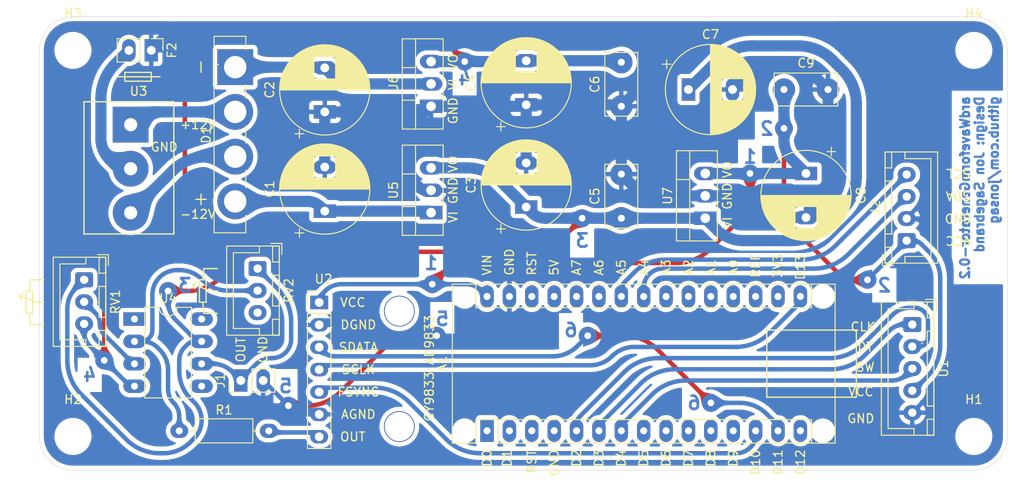
<source format=kicad_pcb>
(kicad_pcb (version 20240108) (generator "pcbnew") (generator_version "8.0")
  (title_block (title "ardWaveformGenerator") (date "2022-10-24") (rev "0.2"))
  (layers (0 "F.Cu" signal) (31 "B.Cu" signal) (34 "B.Paste" user) (35 "F.Paste" user) (36 "B.SilkS" user "B.Silkscreen") (37 "F.SilkS" user "F.Silkscreen") (38 "B.Mask" user) (39 "F.Mask" user) (44 "Edge.Cuts" user))
  (net 0 "")
  (net 1 "Net-(A1-Pad16)")
  (net 3 "+5V")
  (net 4 "Net-(A1-Pad14)")
  (net 5 "GND")
  (net 6 "Net-(A1-Pad13)")
  (net 15 "Net-(A1-Pad24)")
  (net 17 "Net-(A1-Pad23)")
  (net 18 "Net-(A1-Pad7)")
  (net 20 "Net-(A1-Pad6)")
  (net 22 "Net-(A1-Pad5)")
  (net 31 "Net-(D1-Pad4)")
  (net 32 "Net-(D1-Pad1)")
  (net 33 "+12V")
  (net 34 "-12V")
  (net 35 "Net-(D1-Pad2)")
  (net 36 "Net-(D1-Pad3)")
  (net 37 "Net-(F2-Pad2)")
  (net 38 "Net-(J1-Pad1)")
  (net 39 "Net-(R1-Pad2)")
  (net 40 "Net-(R1-Pad1)")
  (net 42 "Net-(U4-Pad3)")
  (footprint "My_Arduino:Arduino_Nano_WithMountingHoles_larger" (layer "F.Cu") (at 84.455 107.305 90)
    (property "Reference" "A1")
    (property "Value" "Arduino_Nano_v3.x")
  )
  (footprint "My_Misc:C_Rect_L7.0mm_W3.5mm_P5.00mm_larger" (layer "F.Cu") (at 99.695 83.185 90)
    (property "Reference" "C5")
    (property "Value" "100n")
  )
  (footprint "My_Misc:C_Rect_L7.0mm_W3.5mm_P5.00mm_larger" (layer "F.Cu") (at 99.695 70.485 90)
    (property "Reference" "C6")
    (property "Value" "100n")
  )
  (footprint "My_Misc:C_Rect_L7.0mm_W3.5mm_P5.00mm_larger" (layer "F.Cu") (at 118.15 68.58)
    (property "Reference" "C9")
    (property "Value" "100n")
  )
  (footprint "My_Misc:GBU-806" (layer "F.Cu") (at 55.88 66.04 -90)
    (property "Reference" "D1")
    (property "Value" "B40C2300-1500A")
  )
  (footprint "My_Headers:2-pin_Fuse_header_large" (layer "F.Cu") (at 46.355 64.135 -90)
    (property "Reference" "F2")
    (property "Value" "Fuse" (hide yes))
  )
  (footprint "My_Headers:2-pin_Output_header_large" (layer "F.Cu") (at 56.515 101.6 90)
    (property "Reference" "J1")
    (property "Value" "Conn_Coaxial" (hide yes))
  )
  (footprint "My_Headers:4-pin JST LCD" (layer "F.Cu") (at 132.08 85.725 90)
    (property "Reference" "J2")
    (property "Value" "4-pin_I2C_LCD_header")
  )
  (footprint "My_Misc:R_Axial_DIN0207_L6.3mm_D2.5mm_P10.16mm_Horizontal_large" (layer "F.Cu") (at 49.53 107.315)
    (property "Reference" "R1")
    (property "Value" "2.2k")
  )
  (footprint "My_Headers:5-pin JST Rotary Encoder" (layer "F.Cu") (at 132.715 95.25 -90)
    (property "Reference" "U1")
    (property "Value" "KY-040_Rotary_Encoder")
  )
  (footprint "My_Parts:3-pole_screw_terminal_+12V,-12V_input" (layer "F.Cu") (at 44.015 72.57)
    (property "Reference" "U3")
    (property "Value" "3-pole_Power_input_screw_terminal" (hide yes))
  )
  (footprint "My_Misc:DIP-8_W7.62mm_large" (layer "F.Cu") (at 44.45 94.625)
    (property "Reference" "U4")
    (property "Value" "TL071")
  )
  (footprint "My_Parts:LM7812_TO-220-3_Vertical_larger" (layer "F.Cu") (at 78.105 82.55 90)
    (property "Reference" "U5")
    (property "Value" "LM7812_TO220" (hide yes))
  )
  (footprint "My_Parts:LM7912_TO-220-3_Vertical_larger" (layer "F.Cu") (at 78.105 70.485 90)
    (property "Reference" "U6")
    (property "Value" "LM7912_TO220" (hide yes))
  )
  (footprint "My_Parts:LM7805_TO-220-3_Vertical_larger" (layer "F.Cu") (at 109.22 83.185 90)
    (property "Reference" "U7")
    (property "Value" "LM7805_TO220" (hide yes))
  )
  (footprint "My_Misc:CP_Radial_D10.0mm_P5.00mm_larger" (layer "F.Cu") (at 66.04 71.12 90)
    (property "Reference" "C2")
    (property "Value" "1000u")
  )
  (footprint "My_Parts:GY-9833_AD9833_w_header_large" (layer "F.Cu") (at 65.405 92.71)
    (property "Reference" "U2")
    (property "Value" "GY-9833_AD9833")
  )
  (footprint "My_Misc:CP_Radial_D10.0mm_P5.00mm_larger" (layer "F.Cu") (at 107.315 68.58)
    (property "Reference" "C7")
    (property "Value" "1000u")
  )
  (footprint "MountingHole:MountingHole_3.2mm_M3" (layer "F.Cu") (at 139.7 107.95)
    (property "Reference" "H1")
    (property "Value" "MountingHole")
  )
  (footprint "My_Misc:CP_Radial_D10.0mm_P5.00mm_larger" (layer "F.Cu") (at 88.9 81.915 90)
    (property "Reference" "C3")
    (property "Value" "1000u")
  )
  (footprint "MountingHole:MountingHole_3.2mm_M3" (layer "F.Cu") (at 37.465 64.135)
    (property "Reference" "H3")
    (property "Value" "MountingHole")
  )
  (footprint "MountingHole:MountingHole_3.2mm_M3" (layer "F.Cu") (at 37.465 107.95)
    (property "Reference" "H2")
    (property "Value" "MountingHole")
  )
  (footprint "MountingHole:MountingHole_3.2mm_M3" (layer "F.Cu") (at 139.7 64.135)
    (property "Reference" "H4")
    (property "Value" "MountingHole")
  )
  (footprint "My_Misc:CP_Radial_D10.0mm_P5.00mm_larger" (layer "F.Cu") (at 120.65 78.105 -90)
    (property "Reference" "C8")
    (property "Value" "1000u")
  )
  (footprint "My_Headers:3-pin JST Potentiometer" (layer "F.Cu") (at 58.42 88.9 -90)
    (property "Reference" "RV2")
    (property "Value" "50k")
  )
  (footprint "My_Misc:CP_Radial_D10.0mm_P5.00mm_larger" (layer "F.Cu") (at 66.04 82.377677 90)
    (property "Reference" "C1")
    (property "Value" "1000u")
  )
  (footprint "My_Headers:3-pin JST Potentiometer" (layer "F.Cu") (at 38.735 90.17 -90)
    (property "Reference" "RV1")
    (property "Value" "10k")
  )
  (footprint "My_Misc:CP_Radial_D10.0mm_P5.00mm_larger" (layer "F.Cu") (at 88.9 70.312677 90)
    (property "Reference" "C4")
    (property "Value" "1000u")
  )
  (gr_line (start 139.7 111.76) (end 37.465 111.76) (stroke (width 0.05)) (layer "Edge.Cuts"))
  (gr_line (start 37.465 60.325) (end 139.7 60.325) (stroke (width 0.05)) (layer "Edge.Cuts"))
  (gr_line (start 143.51 64.135) (end 143.51 107.95) (stroke (width 0.05)) (layer "Edge.Cuts"))
  (gr_arc (start 33.655 64.135) (mid 34.770923 61.440923) (end 37.465 60.325) (stroke (width 0.05)) (layer "Edge.Cuts"))
  (gr_arc (start 143.51 107.95) (mid 142.394077 110.644077) (end 139.7 111.76) (stroke (width 0.05)) (layer "Edge.Cuts"))
  (gr_line (start 33.655 107.95) (end 33.655 64.135) (stroke (width 0.05)) (layer "Edge.Cuts"))
  (gr_arc (start 139.7 60.325) (mid 142.394077 61.440923) (end 143.51 64.135) (stroke (width 0.05)) (layer "Edge.Cuts"))
  (gr_arc (start 37.465 111.76) (mid 34.770923 110.644077) (end 33.655 107.95) (stroke (width 0.05)) (layer "Edge.Cuts"))
  (gr_text "3" (at 95.25 85.725 0) (layer "B.Cu") (effects (font (size 1.5 1.5) (thickness 0.3)) (justify mirror)))
  (gr_text "6" (at 93.98 95.885 0) (layer "B.Cu") (effects (font (size 1.5 1.5) (thickness 0.3)) (justify mirror)))
  (gr_text "1" (at 78.105 88.265 0) (layer "B.Cu") (effects (font (size 1.5 1.5) (thickness 0.3)) (justify mirror)))
  (gr_text "2" (at 116.205 73.025 0) (layer "B.Cu") (effects (font (size 1.5 1.5) (thickness 0.3)) (justify mirror)))
  (gr_text "${TITLE}-${REVISION}\nDesign: Jon Sagebrand\ngithub.com/jonsag" (at 140.335 69.215 90) (layer "B.Cu") (effects (font (size 1.016 1.016) (thickness 0.254)) (justify left mirror)))
  (gr_text "3" (at 50.165 90.805 0) (layer "B.Cu") (effects (font (size 1.5 1.5) (thickness 0.3)) (justify mirror)))
  (gr_text "4" (at 39.37 100.965 0) (layer "B.Cu") (effects (font (size 1.5 1.5) (thickness 0.3)) (justify mirror)))
  (gr_text "4" (at 81.915 67.31 0) (layer "B.Cu") (effects (font (size 1.5 1.5) (thickness 0.3)) (justify mirror)))
  (gr_text "2" (at 129.54 90.805 0) (layer "B.Cu") (effects (font (size 1.5 1.5) (thickness 0.3)) (justify mirror)))
  (gr_text "6" (at 107.95 104.14 0) (layer "B.Cu") (effects (font (size 1.5 1.5) (thickness 0.3)) (justify mirror)))
  (gr_text "5" (at 61.595 102.235 0) (layer "B.Cu") (effects (font (size 1.5 1.5) (thickness 0.3)) (justify mirror)))
  (gr_text "5" (at 79.375 94.615 0) (layer "B.Cu") (effects (font (size 1.5 1.5) (thickness 0.3)) (justify mirror)))
  (gr_text "1" (at 114.3 76.2 0) (layer "B.Cu") (effects (font (size 1.5 1.5) (thickness 0.3)) (justify mirror)))
  (segment (start 119.786958 92.938041) (end 116.528792 96.196207) (width 0.508) (layer "B.Cu") (net 1))
  (segment (start 96.135682 99.875) (end 65.255 99.875) (width 0.508) (layer "B.Cu") (net 1))
  (segment (start 101.169317 97.79) (end 112.681036 97.79) (width 0.508) (layer "B.Cu") (net 1))
  (segment (start 120.015 92.3875) (end 120.015 92.065) (width 0.508) (layer "B.Cu") (net 1))
  (arc (start 116.528792 96.196207) (mid 114.763426 97.375786) (end 112.681036 97.79) (width 0.508) (layer "B.Cu") (net 1))
  (arc (start 96.135682 99.875) (mid 97.497774 99.604063) (end 98.6525 98.8325) (width 0.508) (layer "B.Cu") (net 1))
  (arc (start 98.6525 98.8325) (mid 99.807225 98.060936) (end 101.169317 97.79) (width 0.508) (layer "B.Cu") (net 1))
  (arc (start 119.786958 92.938041) (mid 119.955733 92.68545) (end 120.015 92.3875) (width 0.508) (layer "B.Cu") (net 1))
  (segment (start 112.863159 83.60584) (end 109.797792 86.671207) (width 0.508) (layer "F.Cu") (net 3))
  (segment (start 127.635 90.17) (end 126.343369 90.17) (width 0.508) (layer "F.Cu") (net 3))
  (segment (start 119.743792 84.862053) (end 124.138418 89.256679) (width 0.508) (layer "F.Cu") (net 3))
  (segment (start 79.442 89.467999) (end 78.239001 90.670999) (width 0.508) (layer "F.Cu") (net 3))
  (segment (start 118.15 72.985) (end 118.15 81.014297) (width 0.508) (layer "F.Cu") (net 3))
  (segment (start 114.3 80.137) (end 114.3 78.105) (width 0.508) (layer "F.Cu") (net 3))
  (segment (start 105.950036 88.265) (end 82.346298 88.265) (width 0.508) (layer "F.Cu") (net 3))
  (via (at 118.15 72.985) (size 2.032) (drill 0.762) (layers "F.Cu" "B.Cu") (net 3))
  (via (at 127.635 90.17) (size 2.032) (drill 0.762) (layers "F.Cu" "B.Cu") (net 3))
  (via (at 114.3 78.105) (size 2.032) (drill 0.762) (layers "F.Cu" "B.Cu") (net 3))
  (via (at 78.239001 90.670999) (size 2.032) (drill 0.762) (layers "F.Cu" "B.Cu") (net 3))
  (arc (start 79.442 89.467999) (mid 80.774503 88.577649) (end 82.346298 88.265) (width 0.508) (layer "F.Cu") (net 3))
  (arc (start 114.3 80.137) (mid 113.926577 82.014322) (end 112.863159 83.60584) (width 0.508) (layer "F.Cu") (net 3))
  (arc (start 124.138418 89.256679) (mid 125.150058 89.932635) (end 126.343369 90.17) (width 0.508) (layer "F.Cu") (net 3))
  (arc (start 119.743792 84.862053) (mid 118.564213 83.096687) (end 118.15 81.014297) (width 0.508) (layer "F.Cu") (net 3))
  (arc (start 105.950036 88.265) (mid 108.032426 87.850786) (end 109.797792 86.671207) (width 0.508) (layer "F.Cu") (net 3))
  (segment (start 133.799012 86.174012) (end 134.62 86.995) (width 0.508) (layer "B.Cu") (net 3))
  (segment (start 127.635 90.17) (end 131.855493 85.949506) (width 0.508) (layer "B.Cu") (net 3))
  (segment (start 118.15 74.295) (end 118.15 72.985) (width 1.27) (layer "B.Cu") (net 3))
  (segment (start 132.775 102.75) (end 132.715 102.75) (width 0.508) (layer "B.Cu") (net 3))
  (segment (start 67.959058 90.670999) (end 78.239001 90.670999) (width 0.508) (layer "B.Cu") (net 3))
  (segment (start 135.89 97.534788) (end 135.89 90.061051) (width 0.508) (layer "B.Cu") (net 3))
  (segment (start 120.65 78.105) (end 119.076309 76.531309) (width 1.27) (layer "B.Cu") (net 3))
  (segment (start 82.075291 90.670999) (end 78.239001 90.670999) (width 0.508) (layer "B.Cu") (net 3))
  (segment (start 114.3 78.105) (end 109.22 78.105) (width 1.27) (layer "B.Cu") (net 3))
  (segment (start 134.362499 101.222499) (end 132.877426 102.707573) (width 0.508) (layer "B.Cu") (net 3))
  (segment (start 118.15 72.985) (end 118.15 68.58) (width 1.27) (layer "B.Cu") (net 3))
  (segment (start 132.3975 85.725) (end 132.715 85.725) (width 0.508) (layer "B.Cu") (net 3))
  (segment (start 83.757999 91.367999) (end 84.455 92.065) (width 0.508) (layer "B.Cu") (net 3))
  (segment (start 66.047 91.462999) (end 65.255 92.255) (width 0.508) (layer "B.Cu") (net 3))
  (segment (start 114.3 78.105) (end 120.65 78.105) (width 1.27) (layer "B.Cu") (net 3))
  (arc (start 134.62 86.995) (mid 135.559937 88.401716) (end 135.89 90.061051) (width 0.508) (layer "B.Cu") (net 3))
  (arc (start 82.075291 90.670999) (mid 82.985966 90.852143) (end 83.757999 91.367999) (width 0.508) (layer "B.Cu") (net 3))
  (arc (start 132.3975 85.725) (mid 132.104168 85.783347) (end 131.855493 85.949506) (width 0.508) (layer "B.Cu") (net 3))
  (arc (start 118.15 74.295) (mid 118.390739 75.505281) (end 119.076309 76.531309) (width 1.27) (layer "B.Cu") (net 3))
  (arc (start 134.362499 101.222499) (mid 135.493015 99.530563) (end 135.89 97.534788) (width 0.508) (layer "B.Cu") (net 3))
  (arc (start 133.799012 86.174012) (mid 133.301663 85.841694) (end 132.715 85.725) (width 0.508) (layer "B.Cu") (net 3))
  (arc (start 132.775 102.75) (mid 132.830432 102.738973) (end 132.877426 102.707573) (width 0.508) (layer "B.Cu") (net 3))
  (arc (start 66.047 91.462999) (mid 66.924259 90.876833) (end 67.959058 90.670999) (width 0.508) (layer "B.Cu") (net 3))
  (segment (start 103.828792 98.113792) (end 109.855 104.14) (width 0.508) (layer "F.Cu") (net 4))
  (segment (start 99.981036 96.52) (end 95.885 96.52) (width 0.508) (layer "F.Cu") (net 4))
  (via (at 109.855 104.14) (size 2.032) (drill 0.762) (layers "F.Cu" "B.Cu") (net 4))
  (via (at 95.885 96.52) (size 2.032) (drill 0.762) (layers "F.Cu" "B.Cu") (net 4))
  (arc (start 103.828792 98.113792) (mid 102.063426 96.934213) (end 99.981036 96.52) (width 0.508) (layer "F.Cu") (net 4))
  (segment (start 117.475 106.9925) (end 117.475 107.305) (width 0.508) (layer "B.Cu") (net 4))
  (segment (start 113.138948 104.14) (end 109.855 104.14) (width 0.508) (layer "B.Cu") (net 4))
  (segment (start 94.7155 97.6895) (end 95.885 96.52) (width 0.508) (layer "B.Cu") (net 4))
  (segment (start 91.892077 98.859) (end 67.174148 98.859) (width 0.508) (layer "B.Cu") (net 4))
  (segment (start 65.926 98.342) (end 65.409 97.825) (width 0.508) (layer "B.Cu") (net 4))
  (segment (start 117.254029 106.459029) (end 116.205 105.41) (width 0.508) (layer "B.Cu") (net 4))
  (arc (start 117.254029 106.459029) (mid 117.417571 106.703787) (end 117.475 106.9925) (width 0.508) (layer "B.Cu") (net 4))
  (arc (start 116.205 105.41) (mid 114.798283 104.470062) (end 113.138948 104.14) (width 0.508) (layer "B.Cu") (net 4))
  (arc (start 94.7155 97.6895) (mid 93.420102 98.555056) (end 91.892077 98.859) (width 0.508) (layer "B.Cu") (net 4))
  (arc (start 65.926 98.342) (mid 66.498655 98.724636) (end 67.174148 98.859) (width 0.508) (layer "B.Cu") (net 4))
  (segment (start 64.073736 104.4575) (end 61.9125 104.4575) (width 0.508) (layer "F.Cu") (net 5))
  (segment (start 76.426435 96.52) (end 78.74 96.52) (width 0.508) (layer "F.Cu") (net 5))
  (segment (start 67.763196 102.929275) (end 72.578679 98.113792) (width 0.508) (layer "F.Cu") (net 5))
  (via (at 78.74 96.52) (size 2.032) (drill 0.762) (layers "F.Cu" "B.Cu") (net 5))
  (via (at 61.9125 104.4575) (size 2.032) (drill 0.762) (layers "F.Cu" "B.Cu") (net 5))
  (arc (start 76.426435 96.52) (mid 74.344044 96.934213) (end 72.578679 98.113792) (width 0.508) (layer "F.Cu") (net 5))
  (arc (start 67.763196 102.929275) (mid 66.070457 104.060327) (end 64.073736 104.4575) (width 0.508) (layer "F.Cu") (net 5))
  (segment (start 78.554012 70.485) (end 88.605826 70.485) (width 1.27) (layer "B.Cu") (net 5))
  (segment (start 80.85542 80.72842) (end 85.401207 85.274207) (width 0.508) (layer "B.Cu") (net 5))
  (segment (start 133.858 73.246963) (end 133.858 80.135476) (width 0.508) (layer "B.Cu") (net 5))
  (segment (start 76.006856 78.933143) (end 76.722633 79.64892) (width 1.27) (layer "B.Cu") (net 5))
  (segment (start 74.93 76.333381) (end 74.93 75.758143) (width 1.27) (layer "B.Cu") (net 5))
  (segment (start 101.146586 63.164878) (end 100.969354 62.987646) (width 1.27) (layer "B.Cu") (net 5))
  (segment (start 78.74 96.52) (end 84.826974 96.52) (width 0.508) (layer "B.Cu") (net 5))
  (segment (start 135.566207 102.398792) (end 132.715 105.25) (width 0.508) (layer "B.Cu") (net 5))
  (segment (start 61.9125 104.4575) (end 62.16125 104.70625) (width 0.508) (layer "B.Cu") (net 5))
  (segment (start 68.90772 94.795) (end 65.255 94.795) (width 0.508) (layer "B.Cu") (net 5))
  (segment (start 47.625 62.865) (end 46.355 64.135) (width 1.27) (layer "B.Cu") (net 5))
  (segment (start 86.995 94.351974) (end 86.995 92.065) (width 0.508) (layer "B.Cu") (net 5))
  (segment (start 69.305 94.705) (end 70.1675 95.5675) (width 0.508) (layer "B.Cu") (net 5))
  (segment (start 66.04 71.12) (end 66.04 77.377677) (width 1.27) (layer "B.Cu") (net 5))
  (segment (start 120.65 83.105) (end 121.9 81.855) (width 1.27) (layer "B.Cu") (net 5))
  (segment (start 137.16 89.248963) (end 137.16 98.551036) (width 0.508) (layer "B.Cu") (net 5))
  (segment (start 120.65 83.105) (end 116.594482 83.105) (width 1.27) (layer "B.Cu") (net 5))
  (segment (start 109.22 80.645) (end 103.894482 80.645) (width 1.27) (layer "B.Cu") (net 5))
  (segment (start 97.607209 61.595) (end 50.691051 61.595) (width 1.27) (layer "B.Cu") (net 5))
  (segment (start 72.467038 96.52) (end 78.74 96.52) (width 0.508) (layer "B.Cu") (net 5))
  (segment (start 88.9 70.434527) (end 88.9 76.915) (width 1.27) (layer "B.Cu") (net 5))
  (segment (start 78.868321 80.01) (end 78.362964 80.01) (width 0.508) (layer "B.Cu") (net 5))
  (segment (start 113.904313 66.990686) (end 112.315 68.58) (width 1.27) (layer "B.Cu") (net 5))
  (segment (start 110.8075 80.645) (end 109.22 80.645) (width 1.27) (layer "B.Cu") (net 5))
  (segment (start 132.107144 83.225) (end 132.735 83.225) (width 0.508) (layer "B.Cu") (net 5))
  (segment (start 133.853154 83.688154) (end 135.566207 85.401207) (width 0.508) (layer "B.Cu") (net 5))
  (segment (start 99.400826 70.312677) (end 89.02185 70.312677) (width 1.27) (layer "B.Cu") (net 5))
  (segment (start 78.868321 80.01) (end 79.121 80.01) (width 0.508) (layer "B.Cu") (net 5))
  (segment (start 132.264207 69.399207) (end 126.053792 63.188792) (width 0.508) (layer "B.Cu") (net 5))
  (segment (start 132.969 82.281712) (end 132.099193 83.151518) (width 0.508) (layer "B.Cu") (net 5))
  (segment (start 99.781161 70.398838) (end 101.146586 69.033413) (width 1.27) (layer "B.Cu") (net 5))
  (segment (start 78.362964 80.01) (end 77.594356 80.01) (width 0.508) (layer "B.Cu") (net 5))
  (segment (start 77.7875 70.8025) (end 76.413611 72.176388) (width 1.27) (layer "B.Cu") (net 5))
  (segment (start 100.925 79.415) (end 100.31 78.8) (width 1.27) (layer "B.Cu") (net 5))
  (segment (start 123.15 78.837233) (end 123.15 68.58) (width 1.27) (layer "B.Cu") (net 5))
  (segment (start 62.761785 104.955) (end 65.255 104.955) (width 0.508) (layer "B.Cu") (net 5))
  (segment (start 121.560686 66.990686) (end 123.15 68.58) (width 1.27) (layer "B.Cu") (net 5))
  (segment (start 97.607209 61.595) (end 122.206036 61.595) (width 0.508) (layer "B.Cu") (net 5))
  (segment (start 113.517532 81.767532) (end 113.625 81.875) (width 1.27) (layer "B.Cu") (net 5))
  (segment (start 99.695 70.60685) (end 99.695 77.315258) (width 1.27) (layer "B.Cu") (net 5))
  (segment (start 77.020987 71.12) (end 66.04 71.12) (width 1.27) (layer "B.Cu") (net 5))
  (segment (start 61.9125 104.4575) (end 59.055 101.6) (width 0.508) (layer "B.Cu") (net 5))
  (segment (start 86.995 89.121963) (end 86.995 92.065) (width 0.508) (layer "B.Cu") (net 5))
  (arc (start 85.401207 85.274207) (mid 86.580786 87.039572) (end 86.995 89.121963) (width 0.508) (layer "B.Cu") (net 5))
  (arc (start 132.969 82.281712) (mid 133.626956 81.29701) (end 133.858 80.135476) (width 0.508) (layer "B.Cu") (net 5))
  (arc (start 113.625 81.875) (mid 114.98741 82.785333) (end 116.594482 83.105) (width 1.27) (layer "B.Cu") (net 5))
  (arc (start 77.594356 80.01) (mid 77.122583 79.916158) (end 76.722633 79.64892) (width 1.27) (layer "B.Cu") (net 5))
  (arc (start 88.813838 70.398838) (mid 88.718401 70.462607) (end 88.605826 70.485) (width 1.27) (layer "B.Cu") (net 5))
  (arc (start 77.7875 70.8025) (mid 77.7875 70.8025) (end 77.7875 70.8025) (width 1.27) (layer "B.Cu") (net 5))
  (arc (start 50.691051 61.595) (mid 49.031716 61.925062) (end 47.625 62.865) (width 1.27) (layer "B.Cu") (net 5))
  (arc (start 113.904313 66.990686) (mid 115.6607 65.817106) (end 117.7325 65.405) (width 1.27) (layer "B.Cu") (net 5))
  (arc (start 74.93 75.758143) (mid 75.315577 73.819711) (end 76.413611 72.176388) (width 1.27) (layer "B.Cu") (net 5))
  (arc (start 122.206036 61.595) (mid 124.288426 62.009213) (end 126.053792 63.188792) (width 0.508) (layer "B.Cu") (net 5))
  (arc (start 68.90772 94.795) (mid 69.025311 94.771609) (end 69.125 94.705) (width 0.508) (layer "B.Cu") (net 5))
  (arc (start 97.607209 61.595) (mid 99.426788 61.956936) (end 100.969354 62.987646) (width 1.27) (layer "B.Cu") (net 5))
  (arc (start 132.08 83.197856) (mid 132.08795 83.217049) (end 132.107144 83.225) (width 0.508) (layer "B.Cu") (net 5))
  (arc (start 133.853154 83.688154) (mid 133.34014 83.345369) (end 132.735 83.225) (width 0.508) (layer "B.Cu") (net 5))
  (arc (start 102.362 66.099146) (mid 102.046124 64.511131) (end 101.146586 63.164878) (width 1.27) (layer "B.Cu") (net 5))
  (arc (start 135.566207 102.398792) (mid 136.745786 100.633426) (end 137.16 98.551036) (width 0.508) (layer "B.Cu") (net 5))
  (arc (start 99.695 77.315258) (mid 99.854833 78.118794) (end 100.31 78.8) (width 1.27) (layer "B.Cu") (net 5))
  (arc (start 102.362 66.099146) (mid 102.046124 67.687159) (end 101.146586 69.033413) (width 1.27) (layer "B.Cu") (net 5))
  (arc (start 132.264207 69.399207) (mid 133.443786 71.164572) (end 133.858 73.246963) (width 0.508) (layer "B.Cu") (net 5))
  (arc (start 77.020987 71.12) (mid 77.43582 71.037484) (end 77.7875 70.8025) (width 1.27) (layer "B.Cu") (net 5))
  (arc (start 88.813838 70.398838) (mid 88.868842 70.387897) (end 88.9 70.434527) (width 1.27) (layer "B.Cu") (net 5))
  (arc (start 99.400826 70.312677) (mid 99.513401 70.335069) (end 99.608838 70.398838) (width 1.27) (layer "B.Cu") (net 5))
  (arc (start 78.554012 70.485) (mid 78.139178 70.567515) (end 77.7875 70.8025) (width 1.27) (layer "B.Cu") (net 5))
  (arc (start 132.099193 83.151518) (mid 132.084988 83.172778) (end 132.08 83.197856) (width 0.508) (layer "B.Cu") (net 5))
  (arc (start 78.554012 70.485) (mid 78.139178 70.567515) (end 77.7875 70.8025) (width 1.27) (layer "B.Cu") (net 5))
  (arc (start 86.36 95.885) (mid 85.656641 96.354968) (end 84.826974 96.52) (width 0.508) (layer "B.Cu") (net 5))
  (arc (start 135.566207 85.401207) (mid 136.745786 87.166572) (end 137.16 89.248963) (width 0.508) (layer "B.Cu") (net 5))
  (arc (start 86.995 94.351974) (mid 86.829968 95.181641) (end 86.36 95.885) (width 0.508) (layer "B.Cu") (net 5))
  (arc (start 88.813838 70.398838) (mid 88.909275 70.335069) (end 89.02185 70.312677) (width 1.27) (layer "B.Cu") (net 5))
  (arc (start 99.781161 70.398838) (mid 99.694999 70.434527) (end 99.608838 70.398838) (width 1.27) (layer "B.Cu") (net 5))
  (arc (start 80.85542 80.72842) (mid 80.059661 80.196711) (end 79.121 80.01) (width 0.508) (layer "B.Cu") (net 5))
  (arc (start 123.15 78.837233) (mid 122.825135 80.470436) (end 121.9 81.855) (width 1.27) (layer "B.Cu") (net 5))
  (arc (start 88.9 70.434527) (mid 88.935689 70.348366) (end 89.02185 70.312677) (width 1.27) (layer "B.Cu") (net 5))
  (arc (start 103.894482 80.645) (mid 102.28741 80.325333) (end 100.925 79.415) (width 1.27) (layer "B.Cu") (net 5))
  (arc (start 76.006856 78.933143) (mid 75.209865 77.740362) (end 74.93 76.333381) (width 1.27) (layer "B.Cu") (net 5))
  (arc (start 62.16125 104.70625) (mid 62.436777 104.890351) (end 62.761785 104.955) (width 0.508) (layer "B.Cu") (net 5))
  (arc (start 99.695 70.60685) (mid 99.717392 70.494275) (end 99.781161 70.398838) (width 1.27) (layer "B.Cu") (net 5))
  (arc (start 110.8075 80.645) (mid 112.274158 80.936736) (end 113.517532 81.767532) (width 1.27) (layer "B.Cu") (net 5))
  (arc (start 121.560686 66.990686) (mid 119.804299 65.817106) (end 117.7325 65.405) (width 1.27) (layer "B.Cu") (net 5))
  (arc (start 69.305 94.705) (mid 69.215 94.66772) (end 69.125 94.705) (width 0.508) (layer "B.Cu") (net 5))
  (arc (start 72.467038 96.52) (mid 71.222537 96.272453) (end 70.1675 95.5675) (width 0.508) (layer "B.Cu") (net 5))
  (arc (start 99.695 70.60685) (mid 99.672607 70.494275) (end 99.608838 70.398838) (width 1.27) (layer "B.Cu") (net 5))
  (segment (start 79.823712 108.261207) (end 75.571297 104.008792) (width 0.508) (layer "B.Cu") (net 6))
  (segment (start 114.482451 109.037548) (end 114.3 109.22) (width 0.508) (layer "B.Cu") (net 6))
  (segment (start 114.935 107.945) (end 114.935 107.305) (width 0.508) (layer "B.Cu") (net 6))
  (segment (start 83.671468 109.855) (end 112.766974 109.855) (width 0.508) (layer "B.Cu") (net 6))
  (segment (start 71.723541 102.415) (end 65.255 102.415) (width 0.508) (layer "B.Cu") (net 6))
  (arc (start 114.482451 109.037548) (mid 114.817386 108.536282) (end 114.935 107.945) (width 0.508) (layer "B.Cu") (net 6))
  (arc (start 75.571297 104.008792) (mid 73.805931 102.829213) (end 71.723541 102.415) (width 0.508) (layer "B.Cu") (net 6))
  (arc (start 79.823712 108.261207) (mid 81.589077 109.440786) (end 83.671468 109.855) (width 0.508) (layer "B.Cu") (net 6))
  (arc (start 114.3 109.22) (mid 113.596641 109.689968) (end 112.766974 109.855) (width 0.508) (layer "B.Cu") (net 6))
  (segment (start 101.155499 89.344499) (end 100.140477 90.359522) (width 0.508) (layer "B.Cu") (net 15))
  (segment (start 124.014792 86.290207) (end 132.08 78.225) (width 0.508) (layer "B.Cu") (net 15))
  (segment (start 99.695 91.435) (end 99.695 92.065) (width 0.508) (layer "B.Cu") (net 15))
  (segment (start 120.167036 87.884) (end 104.681458 87.884) (width 0.508) (layer "B.Cu") (net 15))
  (arc (start 120.167036 87.884) (mid 122.249426 87.469786) (end 124.014792 86.290207) (width 0.508) (layer "B.Cu") (net 15))
  (arc (start 101.155499 89.344499) (mid 102.773223 88.263571) (end 104.681458 87.884) (width 0.508) (layer "B.Cu") (net 15))
  (arc (start 99.695 91.435) (mid 99.810775 90.852955) (end 100.140477 90.359522) (width 0.508) (layer "B.Cu") (net 15))
  (segment (start 132.04 80.725) (end 132.08 80.725) (width 0.508) (layer "B.Cu") (net 17))
  (segment (start 102.235 91.068025) (end 102.235 92.065) (width 0.508) (layer "B.Cu") (net 17))
  (segment (start 125.418792 87.306207) (end 131.971715 80.753284) (width 0.508) (layer "B.Cu") (net 17))
  (segment (start 121.571036 88.9) (end 104.403025 88.9) (width 0.508) (layer "B.Cu") (net 17))
  (arc (start 132.04 80.725) (mid 132.003044 80.73235) (end 131.971715 80.753284) (width 0.508) (layer "B.Cu") (net 17))
  (arc (start 102.235 91.068025) (mid 102.400031 90.238357) (end 102.87 89.535) (width 0.508) (layer "B.Cu") (net 17))
  (arc (start 125.418792 87.306207) (mid 123.653426 88.485786) (end 121.571036 88.9) (width 0.508) (layer "B.Cu") (net 17))
  (arc (start 102.87 89.535) (mid 103.573357 89.065031) (end 104.403025 88.9) (width 0.508) (layer "B.Cu") (net 17))
  (segment (start 132.04 100.925) (end 132.715 100.25) (width 0.508) (layer "B.Cu") (net 18))
  (segment (start 107.028963 101.6) (end 130.410405 101.6) (width 0.508) (layer "B.Cu") (net 18))
  (segment (start 99.695 106.9925) (end 99.695 107.305) (width 0.508) (layer "B.Cu") (net 18))
  (segment (start 99.91597 106.459029) (end 103.181207 103.193792) (width 0.508) (layer "B.Cu") (net 18))
  (arc (start 130.410405 101.6) (mid 131.292335 101.424573) (end 132.04 100.925) (width 0.508) (layer "B.Cu") (net 18))
  (arc (start 99.695 106.9925) (mid 99.752428 106.703787) (end 99.91597 106.459029) (width 0.508) (layer "B.Cu") (net 18))
  (arc (start 107.028963 101.6) (mid 104.946572 102.014213) (end 103.181207 103.193792) (width 0.508) (layer "B.Cu") (net 18))
  (segment (start 131.7625 95.25) (end 132.715 95.25) (width 0.508) (layer "B.Cu") (net 20))
  (segment (start 101.911207 101.923792) (end 97.37597 106.459029) (width 0.508) (layer "B.Cu") (net 20))
  (segment (start 130.13648 95.923519) (end 127.323792 98.736207) (width 0.508) (layer "B.Cu") (net 20))
  (segment (start 97.155 106.9925) (end 97.155 107.305) (width 0.508) (layer "B.Cu") (net 20))
  (segment (start 123.476036 100.33) (end 105.758963 100.33) (width 0.508) (layer "B.Cu") (net 20))
  (arc (start 127.323792 98.736207) (mid 125.558426 99.915786) (end 123.476036 100.33) (width 0.508) (layer "B.Cu") (net 20))
  (arc (start 97.155 106.9925) (mid 97.212428 106.703787) (end 97.37597 106.459029) (width 0.508) (layer "B.Cu") (net 20))
  (arc (start 130.13648 95.923519) (mid 130.882504 95.425041) (end 131.7625 95.25) (width 0.508) (layer "B.Cu") (net 20))
  (arc (start 101.911207 101.923792) (mid 103.676572 100.744213) (end 105.758963 100.33) (width 0.508) (layer "B.Cu") (net 20))
  (segment (start 133.492635 97.75) (end 132.715 97.75) (width 0.508) (layer "B.Cu") (net 22))
  (segment (start 127.156951 97.466207) (end 130.454724 94.168434) (width 0.508) (layer "B.Cu") (net 22))
  (segment (start 94.615 106.675) (end 94.615 107.305) (width 0.508) (layer "B.Cu") (net 22))
  (segment (start 132.980817 93.345) (end 132.442671 93.345) (width 0.508) (layer "B.Cu") (net 22))
  (segment (start 134.493 96.749635) (end 134.493 94.857182) (width 0.508) (layer "B.Cu") (net 22))
  (segment (start 100.006207 100.653792) (end 95.060477 105.599522) (width 0.508) (layer "B.Cu") (net 22))
  (segment (start 123.309195 99.06) (end 103.853963 99.06) (width 0.508) (layer "B.Cu") (net 22))
  (arc (start 95.060477 105.599522) (mid 94.730775 106.092955) (end 94.615 106.675) (width 0.508) (layer "B.Cu") (net 22))
  (arc (start 134.493 96.749635) (mid 134.416851 97.132458) (end 134.2 97.457) (width 0.508) (layer "B.Cu") (net 22))
  (arc (start 103.853963 99.06) (mid 101.771572 99.474213) (end 100.006207 100.653792) (width 0.508) (layer "B.Cu") (net 22))
  (arc (start 130.454724 94.168434) (mid 131.366802 93.559003) (end 132.442671 93.345) (width 0.508) (layer "B.Cu") (net 22))
  (arc (start 123.309195 99.06) (mid 125.391585 98.645786) (end 127.156951 97.466207) (width 0.508) (layer "B.Cu") (net 22))
  (arc (start 132.980817 93.345) (mid 133.559504 93.460108) (end 134.050092 93.787908) (width 0.508) (layer "B.Cu") (net 22))
  (arc (start 134.493 94.857182) (mid 134.377891 94.278495) (end 134.050092 93.787908) (width 0.508) (layer "B.Cu") (net 22))
  (arc (start 133.492635 97.75) (mid 133.875458 97.673851) (end 134.2 97.457) (width 0.508) (layer "B.Cu") (net 22))
  (segment (start 78.018838 82.463838) (end 78.105 82.55) (width 1.27) (layer "B.Cu") (net 31))
  (segment (start 64.166148 81.28) (end 55.88 81.28) (width 1.27) (layer "B.Cu") (net 31))
  (segment (start 77.810826 82.377677) (end 66.816174 82.377677) (width 1.27) (layer "B.Cu") (net 31))
  (arc (start 78.018838 82.463838) (mid 77.923401 82.400069) (end 77.810826 82.377677) (width 1.27) (layer "B.Cu") (net 31))
  (arc (start 65.491161 81.828838) (mid 66.099082 82.235038) (end 66.816174 82.377677) (width 1.27) (layer "B.Cu") (net 31))
  (arc (start 65.491161 81.828838) (mid 64.88324 81.422638) (end 64.166148 81.28) (width 1.27) (layer "B.Cu") (net 31))
  (segment (start 69.155469 67.945) (end 78.105 67.945) (width 1.27) (layer "B.Cu") (net 32))
  (segment (start 66.04 66.12) (end 66.12 66.2) (width 1.27) (layer "B.Cu") (net 32))
  (segment (start 66.9525 67.0325) (end 66.12 66.2) (width 1.27) (layer "B.Cu") (net 32))
  (segment (start 66 66.08) (end 66.04 66.12) (width 1.27) (layer "B.Cu") (net 32))
  (segment (start 65.903431 66.04) (end 55.88 66.04) (width 1.27) (layer "B.Cu") (net 32))
  (arc (start 66.9525 67.0325) (mid 67.96323 67.707848) (end 69.155469 67.945) (width 1.27) (layer "B.Cu") (net 32))
  (arc (start 66 66.08) (mid 65.955693 66.050395) (end 65.903431 66.04) (width 1.27) (layer "B.Cu") (net 32))
  (segment (start 59.403963 86.995) (end 89.186036 86.995) (width 0.508) (layer "F.Cu") (net 33))
  (segment (start 50.4825 91.44) (end 48.26 91.44) (width 0.508) (layer "F.Cu") (net 33))
  (segment (start 55.556206 88.588792) (end 54.276544 89.868455) (width 0.508) (layer "F.Cu") (net 33))
  (segment (start 93.033792 85.401207) (end 95.25 83.185) (width 0.508) (layer "F.Cu") (net 33))
  (via (at 48.26 91.44) (size 2.032) (drill 0.762) (layers "F.Cu" "B.Cu") (net 33))
  (via (at 95.25 83.185) (size 2.032) (drill 0.762) (layers "F.Cu" "B.Cu") (net 33))
  (arc (start 93.033792 85.401207) (mid 91.268426 86.580786) (end 89.186036 86.995) (width 0.508) (layer "F.Cu") (net 33))
  (arc (start 59.403963 86.995) (mid 57.321572 87.409213) (end 55.556206 88.588792) (width 0.508) (layer "F.Cu") (net 33))
  (arc (start 54.276544 89.868455) (mid 52.535822 91.031568) (end 50.4825 91.44) (width 0.508) (layer "F.Cu") (net 33))
  (segment (start 113.556051 85.725) (end 119.031036 85.725) (width 1.27) (layer "B.Cu") (net 33))
  (segment (start 49.53 100.572209) (end 49.53 99.315954) (width 0.508) (layer "B.Cu") (net 33))
  (segment (start 49.116659 94.719659) (end 51.382394 96.985394) (width 0.508) (layer "B.Cu") (net 33))
  (segment (start 47.733948 109.855) (end 47.3075 109.855) (width 0.508) (layer "B.Cu") (net 33))
  (segment (start 88.9 81.915) (end 89.535 82.55) (width 1.27) (layer "B.Cu") (net 33))
  (segment (start 109.22 83.185) (end 110.49 84.455) (width 1.27) (layer "B.Cu") (net 33))
  (segment (start 99.695 83.185) (end 95.25 83.185) (width 1.27) (layer "B.Cu") (net 33))
  (segment (start 119.793036 63.627) (end 114.521963 63.627) (width 1.27) (layer "B.Cu") (net 33))
  (segment (start 87.63 80.645) (end 86.048792 79.063792) (width 1.27) (layer "B.Cu") (net 33))
  (segment (start 50.799999 108.584999) (end 51.219089 108.16591) (width 0.508) (layer "B.Cu") (net 33))
  (segment (start 122.878792 84.131207) (end 124.771206 82.238792) (width 1.27) (layer "B.Cu") (net 33))
  (segment (start 82.201036 77.47) (end 78.105 77.47) (width 1.27) (layer "B.Cu") (net 33))
  (segment (start 87.63 80.645) (end 88.9 81.915) (width 1.27) (layer "B.Cu") (net 33))
  (segment (start 51.816 97.165) (end 51.43 97.165) (width 0.508) (layer "B.Cu") (net 33))
  (segment (start 50.8 103.638261) (end 51.219089 104.05735) (width 0.508) (layer "B.Cu") (net 33))
  (segment (start 37.7825 91.1225) (end 38.735 90.17) (width 0.508) (layer "B.Cu") (net 33))
  (segment (start 124.771207 66.351207) (end 123.640792 65.220792) (width 1.27) (layer "B.Cu") (net 33))
  (segment (start 36.83 99.346036) (end 36.83 93.422038) (width 0.508) (layer "B.Cu") (net 33))
  (segment (start 126.365 70.198963) (end 126.365 78.391036) (width 1.27) (layer "B.Cu") (net 33))
  (segment (start 95.25 83.185) (end 91.068025 83.185) (width 1.27) (layer "B.Cu") (net 33))
  (segment (start 109.22 83.185) (end 99.695 83.185) (width 1.27) (layer "B.Cu") (net 33))
  (segment (start 38.423792 103.193792) (end 43.513455 108.283455) (width 0.508) (layer "B.Cu") (net 33))
  (segment (start 110.674207 65.220792) (end 107.315 68.58) (width 1.27) (layer "B.Cu") (net 33))
  (segment (start 48.26 92.6515) (end 48.26 91.44) (width 0.508) (layer "B.Cu") (net 33))
  (segment (start 50.337451 97.617548) (end 50.16 97.795) (width 0.508) (layer "B.Cu") (net 33))
  (arc (start 50.799999 108.584999) (mid 49.393283 109.524937) (end 47.733948 109.855) (width 0.508) (layer "B.Cu") (net 33))
  (arc (start 119.793036 63.627) (mid 121.875426 64.041213) (end 123.640792 65.220792) (width 1.27) (layer "B.Cu") (net 33))
  (arc (start 124.771207 66.351207) (mid 125.950786 68.116572) (end 126.365 70.198963) (width 1.27) (layer "B.Cu") (net 33))
  (arc (start 51.43 97.165) (mid 50.838716 97.282613) (end 50.337451 97.617548) (width 0.508) (layer "B.Cu") (net 33))
  (arc (start 50.16 97.795) (mid 49.693731 98.492819) (end 49.53 99.315954) (width 0.508) (layer "B.Cu") (net 33))
  (arc (start 51.816 97.165) (mid 51.816 97.165) (end 51.816 97.165) (width 0.508) (layer "B.Cu") (net 33))
  (arc (start 51.382394 96.985394) (mid 51.581334 97.118321) (end 51.816 97.165) (width 0.508) (layer "B.Cu") (net 33))
  (arc (start 51.219089 104.05735) (mid 51.848855 104.999861) (end 52.07 106.11163) (width 0.508) (layer "B.Cu") (net 33))
  (arc (start 113.556051 85.725) (mid 111.896716 85.394937) (end 110.49 84.455) (width 1.27) (layer "B.Cu") (net 33))
  (arc (start 49.53 100.572209) (mid 49.860062 102.231544) (end 50.8 103.638261) (width 0.508) (layer "B.Cu") (net 33))
  (arc (start 89.535 82.55) (mid 90.238357 83.019968) (end 91.068025 83.185) (width 1.27) (layer "B.Cu") (net 33))
  (arc (start 122.878792 84.131207) (mid 121.113426 85.310786) (end 119.031036 85.725) (width 1.27) (layer "B.Cu") (net 33))
  (arc (start 36.83 99.346036) (mid 37.244213 101.428426) (end 38.423792 103.193792) (width 0.508) (layer "B.Cu") (net 33))
  (arc (start 37.7825 91.1225) (mid 37.077546 92.177537) (end 36.83 93.422038) (width 0.508) (layer "B.Cu") (net 33))
  (arc (start 82.201036 77.47) (mid 84.283426 77.884213) (end 86.048792 79.063792) (width 1.27) (layer "B.Cu") (net 33))
  (arc (start 124.771206 82.238792) (mid 125.950786 80.473426) (end 126.365 78.391036) (width 1.27) (layer "B.Cu") (net 33))
  (arc (start 48.26 92.6515) (mid 48.482638 93.770779) (end 49.116659 94.719659) (width 0.508) (layer "B.Cu") (net 33))
  (arc (start 110.674207 65.220792) (mid 112.439572 64.041213) (end 114.521963 63.627) (width 1.27) (layer "B.Cu") (net 33))
  (arc (start 43.513455 108.283455) (mid 45.254177 109.446568) (end 47.3075 109.855) (width 0.508) (layer "B.Cu") (net 33))
  (arc (start 52.07 106.11163) (mid 51.848855 107.223398) (end 51.219089 108.16591) (width 0.508) (layer "B.Cu") (net 33))
  (segment (start 48.571207 82.238792) (end 42.609792 88.200207) (width 0.508) (layer "F.Cu") (net 34))
  (segment (start 76.494935 62.23) (end 55.585064 62.23) (width 0.508) (layer "F.Cu") (net 34))
  (segment (start 50.165 78.391036) (end 50.165 67.650064) (width 0.508) (layer "F.Cu") (net 34))
  (segment (start 41.016 92.047963) (end 41.016 99.319) (width 0.508) (layer "F.Cu") (net 34))
  (segment (start 80.3275 63.8175) (end 81.915 65.405) (width 0.508) (layer "F.Cu") (net 34))
  (via (at 81.915 65.405) (size 2.032) (drill 0.762) (layers "F.Cu" "B.Cu") (net 34))
  (via (at 41.016 99.319) (size 2.032) (drill 0.762) (layers "F.Cu" "B.Cu") (net 34))
  (arc (start 51.7525 63.8175) (mid 50.577577 65.575895) (end 50.165 67.650064) (width 0.508) (layer "F.Cu") (net 34))
  (arc (start 80.3275 63.8175) (mid 78.569104 62.642577) (end 76.494935 62.23) (width 0.508) (layer "F.Cu") (net 34))
  (arc (start 55.585064 62.23) (mid 53.510895 62.642577) (end 51.7525 63.8175) (width 0.508) (layer "F.Cu") (net 34))
  (arc (start 50.165 78.391036) (mid 49.750786 80.473426) (end 48.571207 82.238792) (width 0.508) (layer "F.Cu") (net 34))
  (arc (start 42.609792 88.200207) (mid 41.430213 89.965572) (end 41.016 92.047963) (width 0.508) (layer "F.Cu") (net 34))
  (segment (start 81.915 65.405) (end 88.742394 65.405) (width 1.27) (layer "B.Cu") (net 34))
  (segment (start 44.196 102.245) (end 44.45 102.245) (width 0.508) (layer "B.Cu") (net 34))
  (segment (start 41.016 99.319) (end 39.395437 97.698437) (width 0.508) (layer "B.Cu") (net 34))
  (segment (start 38.735 96.104) (end 38.735 95.17) (width 0.508) (layer "B.Cu") (net 34))
  (segment (start 43.762394 102.065394) (end 41.016 99.319) (width 0.508) (layer "B.Cu") (net 34))
  (segment (start 99.608838 65.398838) (end 99.695 65.485) (width 1.27) (layer "B.Cu") (net 34))
  (segment (start 88.965282 65.312677) (end 99.400826 65.312677) (width 1.27) (layer "B.Cu") (net 34))
  (segment (start 81.915 65.405) (end 78.105 65.405) (width 1.27) (layer "B.Cu") (net 34))
  (arc (start 99.608838 65.398838) (mid 99.513401 65.335069) (end 99.400826 65.312677) (width 1.27) (layer "B.Cu") (net 34))
  (arc (start 88.853838 65.358838) (mid 88.802707 65.393002) (end 88.742394 65.405) (width 1.27) (layer "B.Cu") (net 34))
  (arc (start 38.735 96.104) (mid 38.906641 96.966903) (end 39.395437 97.698437) (width 0.508) (layer "B.Cu") (net 34))
  (arc (start 88.853838 65.358838) (mid 88.904969 65.324673) (end 88.965282 65.312677) (width 1.27) (layer "B.Cu") (net 34))
  (arc (start 43.762394 102.065394) (mid 43.961334 102.198321) (end 44.196 102.245) (width 0.508) (layer "B.Cu") (net 34))
  (segment (start 46.490304 71.12) (end 55.88 71.12) (width 1.27) (layer "B.Cu") (net 35))
  (segment (start 44.74 71.845) (end 44.015 72.57) (width 1.27) (layer "B.Cu") (net 35))
  (arc (start 44.74 71.845) (mid 45.543046 71.308421) (end 46.490304 71.12) (width 1.27) (layer "B.Cu") (net 35))
  (segment (start 52.638963 76.2) (end 55.88 76.2) (width 1.27) (layer "B.Cu") (net 36))
  (segment (start 48.791207 77.793792) (end 44.015 82.57) (width 1.27) (layer "B.Cu") (net 36))
  (arc (start 48.791207 77.793792) (mid 50.556572 76.614213) (end 52.638963 76.2) (width 1.27) (layer "B.Cu") (net 36))
  (segment (start 40.64 74.113108) (end 40.64 69.555064) (width 1.27) (layer "B.Cu") (net 37))
  (segment (start 43.34 77.57) (end 44.015 77.57) (width 1.27) (layer "B.Cu") (net 37))
  (segment (start 42.2275 65.7225) (end 43.815 64.135) (width 1.27) (layer "B.Cu") (net 37))
  (segment (start 42.187702 77.092702) (end 41.6525 76.5575) (width 1.27) (layer "B.Cu") (net 37))
  (arc (start 40.64 74.113108) (mid 40.90314 75.436003) (end 41.6525 76.5575) (width 1.27) (layer "B.Cu") (net 37))
  (arc (start 42.187702 77.092702) (mid 42.716381 77.445954) (end 43.34 77.57) (width 1.27) (layer "B.Cu") (net 37))
  (arc (start 42.2275 65.7225) (mid 41.052577 67.480895) (end 40.64 69.555064) (width 1.27) (layer "B.Cu") (net 37))
  (segment (start 53.345 99.705) (end 52.07 99.705) (width 0.508) (layer "B.Cu") (net 38))
  (segment (start 58.21464 99.777098) (end 56.558579 101.433159) (width 0.508) (layer "B.Cu") (net 38))
  (segment (start 60.636207 91.116207) (end 58.42 88.9) (width 0.508) (layer "B.Cu") (net 38))
  (segment (start 55.521561 100.606561) (end 56.47142 101.55642) (width 0.508) (layer "B.Cu") (net 38))
  (segment (start 59.945869 99.06) (end 60.061974 99.06) (width 0.508) (layer "B.Cu") (net 38))
  (segment (start 62.23 94.963963) (end 62.23 96.891974) (width 0.508) (layer "B.Cu") (net 38))
  (arc (start 59.945869 99.06) (mid 59.008934 99.246367) (end 58.21464 99.777098) (width 0.508) (layer "B.Cu") (net 38))
  (arc (start 56.558579 101.433159) (mid 56.526325 101.48143) (end 56.515 101.538369) (width 0.508) (layer "B.Cu") (net 38))
  (arc (start 62.23 96.891974) (mid 62.064968 97.721641) (end 61.595 98.425) (width 0.508) (layer "B.Cu") (net 38))
  (arc (start 60.636207 91.116207) (mid 61.815786 92.881572) (end 62.23 94.963963) (width 0.508) (layer "B.Cu") (net 38))
  (arc (start 61.595 98.425) (mid 60.891641 98.894968) (end 60.061974 99.06) (width 0.508) (layer "B.Cu") (net 38))
  (arc (start 56.47142 101.55642) (mid 56.49924 101.561954) (end 56.515 101.538369) (width 0.508) (layer "B.Cu") (net 38))
  (arc (start 55.521561 100.606561) (mid 54.522946 99.939308) (end 53.345 99.705) (width 0.508) (layer "B.Cu") (net 38))
  (segment (start 59.997279 107.495) (end 65.255 107.495) (width 0.508) (layer "B.Cu") (net 39))
  (segment (start 59.78 107.405) (end 59.69 107.315) (width 0.508) (layer "B.Cu") (net 39))
  (arc (start 59.997279 107.495) (mid 59.879688 107.471609) (end 59.78 107.405) (width 0.508) (layer "B.Cu") (net 39))
  (segment (start 49.53 105.673025) (end 49.53 107.315) (width 0.508) (layer "B.Cu") (net 40))
  (segment (start 45.09 97.165) (end 45.198255 97.165) (width 0.508) (layer "B.Cu") (net 40))
  (segment (start 55.017639 91.4) (end 58.42 91.4) (width 0.508) (layer "B.Cu") (net 40))
  (segment (start 47.042054 97.842054) (end 47.3125 98.1125) (width 0.508) (layer "B.Cu") (net 40))
  (segment (start 46.482 95.881255) (end 46.482 91.857495) (width 0.508) (layer "B.Cu") (net 40))
  (segment (start 48.26 102.606974) (end 48.26 100.399967) (width 0.508) (layer "B.Cu") (net 40))
  (segment (start 52.206977 90.235785) (end 52.078252 90.10706) (width 0.508) (layer "B.Cu") (net 40))
  (segment (start 49.267924 89.071571) (end 49.57836 89.071571) (width 0.508) (layer "B.Cu") (net 40))
  (segment (start 45.09 97.165) (end 45.4075 97.165) (width 0.508) (layer "B.Cu") (net 40))
  (arc (start 45.09 97.165) (mid 45.09 97.165) (end 45.09 97.165) (width 0.508) (layer "B.Cu") (net 40))
  (arc (start 49.267924 89.071571) (mid 48.201797 89.283636) (end 47.297978 89.887549) (width 0.508) (layer "B.Cu") (net 40))
  (arc (start 46.482 95.881255) (mid 46.38428 96.372523) (end 46.106 96.789) (width 0.508) (layer "B.Cu") (net 40))
  (arc (start 46.106 96.789) (mid 45.689523 97.06728) (end 45.198255 97.165) (width 0.508) (layer "B.Cu") (net 40))
  (arc (start 52.078252 90.10706) (mid 50.931291 89.340685) (end 49.57836 89.071571) (width 0.508) (layer "B.Cu") (net 40))
  (arc (start 48.26 102.606974) (mid 48.425031 103.436641) (end 48.895 104.14) (width 0.508) (layer "B.Cu") (net 40))
  (arc (start 47.042054 97.842054) (mid 46.292114 97.34096) (end 45.4075 97.165) (width 0.508) (layer "B.Cu") (net 40))
  (arc (start 48.895 104.14) (mid 49.364968 104.843357) (end 49.53 105.673025) (width 0.508) (layer "B.Cu") (net 40))
  (arc (start 52.206977 90.235785) (mid 53.49652 91.09743) (end 55.017639 91.4) (width 0.508) (layer "B.Cu") (net 40))
  (arc (start 47.3125 98.1125) (mid 48.013752 99.161998) (end 48.26 100.399967) (width 0.508) (layer "B.Cu") (net 40))
  (arc (start 47.297978 89.887549) (mid 46.694065 90.791368) (end 46.482 91.857495) (width 0.508) (layer "B.Cu") (net 40))
  (segment (start 41.023269 96.40153) (end 44.283159 99.66142) (width 0.508) (layer "B.Cu") (net 42))
  (segment (start 40.00273 93.93773) (end 38.735 92.67) (width 0.508) (layer "B.Cu") (net 42))
  (segment (start 44.388369 99.705) (end 44.45 99.705) (width 0.508) (layer "B.Cu") (net 42))
  (arc (start 40.513 95.16963) (mid 40.645614 95.836329) (end 41.023269 96.40153) (width 0.508) (layer "B.Cu") (net 42))
  (arc (start 40.00273 93.93773) (mid 40.380385 94.50293) (end 40.513 95.16963) (width 0.508) (layer "B.Cu") (net 42))
  (arc (start 44.283159 99.66142) (mid 44.33143 99.693673) (end 44.388369 99.705) (width 0.508) (layer "B.Cu") (net 42))
  (zone (net 4) (net_name "Net-(A1-Pad14)") (layer "F.Cu") (priority 16962) (connect_pads yes (clearance 0)) (min_thickness 0.0254) (fill yes (thermal_gap 0.508) (thermal_bridge_width 0.508))
    (polygon (pts (xy 97.911 96.266) (xy 97.676319 96.256256) (xy 97.481228 96.228422) (xy 97.317245 96.18459) (xy 97.175887 96.126852) (xy 97.048673 96.057302) (xy 96.927119 95.978031) (xy 96.802744 95.891133) (xy 96.667064 95.798699) (xy 96.511598 95.702824) (xy 96.327864 95.6056) (xy 95.377 96.52) (xy 96.327864 97.4344) (xy 96.511598 97.337175) (xy 96.667064 97.2413) (xy 96.802744 97.148866) (xy 96.927119 97.061968) (xy 97.048673 96.982697) (xy 97.175887 96.913147) (xy 97.317245 96.855409) (xy 97.481228 96.811577) (xy 97.676319 96.783743) (xy 97.911 96.774)))
  )
  (zone (net 33) (net_name "+12V") (layer "F.Cu") (priority 16962) (connect_pads yes (clearance 0)) (min_thickness 0.0254) (fill yes (thermal_gap 0.508) (thermal_bridge_width 0.508))
    (polygon (pts (xy 93.997007 84.797202) (xy 94.16984 84.638147) (xy 94.327472 84.519878) (xy 94.474419 84.434919) (xy 94.615201 84.375791) (xy 94.754334 84.335016) (xy 94.896339 84.305118) (xy 95.045732 84.278618) (xy 95.207032 84.248038) (xy 95.384756 84.205901) (xy 95.583425 84.14473) (xy 95.60921 82.825791) (xy 94.29027 82.851574) (xy 94.229098 83.050242) (xy 94.186961 83.227966) (xy 94.156381 83.389266) (xy 94.12988 83.538659) (xy 94.099982 83.680664) (xy 94.059207 83.819797) (xy 94.000079 83.960579) (xy 93.91512 84.107526) (xy 93.796851 84.265158) (xy 93.637797 84.437992)))
  )
  (zone (net 5) (net_name "GND") (layer "F.Cu") (priority 16962) (connect_pads yes (clearance 0)) (min_thickness 0.0254) (fill yes (thermal_gap 0.508) (thermal_bridge_width 0.508))
    (polygon (pts (xy 76.714 96.774) (xy 76.94868 96.783743) (xy 77.143771 96.811577) (xy 77.307754 96.855409) (xy 77.449112 96.913147) (xy 77.576326 96.982697) (xy 77.69788 97.061968) (xy 77.822255 97.148866) (xy 77.957935 97.2413) (xy 78.113401 97.337175) (xy 78.297136 97.4344) (xy 79.248 96.52) (xy 78.297136 95.6056) (xy 78.113401 95.702824) (xy 77.957935 95.798699) (xy 77.822255 95.891133) (xy 77.69788 95.978031) (xy 77.576326 96.057302) (xy 77.449112 96.126852) (xy 77.307754 96.18459) (xy 77.143771 96.228422) (xy 76.94868 96.256256) (xy 76.714 96.266)))
  )
  (zone (net 3) (net_name "+5V") (layer "F.Cu") (priority 16962) (connect_pads yes (clearance 0)) (min_thickness 0.0254) (fill yes (thermal_gap 0.508) (thermal_bridge_width 0.508))
    (polygon (pts (xy 118.404 75.011) (xy 118.413743 74.776319) (xy 118.441577 74.581228) (xy 118.485409 74.417245) (xy 118.543147 74.275887) (xy 118.612697 74.148673) (xy 118.691968 74.027119) (xy 118.778866 73.902744) (xy 118.8713 73.767064) (xy 118.967175 73.611598) (xy 119.0644 73.427864) (xy 118.15 72.477) (xy 117.2356 73.427864) (xy 117.332824 73.611598) (xy 117.428699 73.767064) (xy 117.521133 73.902744) (xy 117.608031 74.027119) (xy 117.687302 74.148673) (xy 117.756852 74.275887) (xy 117.81459 74.417245) (xy 117.858422 74.581228) (xy 117.886256 74.776319) (xy 117.896 75.011)))
  )
  (zone (net 33) (net_name "+12V") (layer "F.Cu") (priority 16962) (connect_pads yes (clearance 0)) (min_thickness 0.0254) (fill yes (thermal_gap 0.508) (thermal_bridge_width 0.508))
    (polygon (pts (xy 50.286 91.186) (xy 50.051319 91.176256) (xy 49.856228 91.148422) (xy 49.692245 91.10459) (xy 49.550887 91.046852) (xy 49.423673 90.977302) (xy 49.302119 90.898031) (xy 49.177744 90.811133) (xy 49.042064 90.718699) (xy 48.886598 90.622824) (xy 48.702864 90.5256) (xy 47.752 91.44) (xy 48.702864 92.3544) (xy 48.886598 92.257175) (xy 49.042064 92.1613) (xy 49.177744 92.068866) (xy 49.302119 91.981968) (xy 49.423673 91.902697) (xy 49.550887 91.833147) (xy 49.692245 91.775409) (xy 49.856228 91.731577) (xy 50.051319 91.703743) (xy 50.286 91.694)))
  )
  (zone (net 3) (net_name "+5V") (layer "F.Cu") (priority 16962) (connect_pads yes (clearance 0)) (min_thickness 0.0254) (fill yes (thermal_gap 0.508) (thermal_bridge_width 0.508))
    (polygon (pts (xy 114.443737 81.197981) (xy 114.520193 80.824677) (xy 114.582803 80.507122) (xy 114.63681 80.233434) (xy 114.687457 79.991732) (xy 114.739988 79.770135) (xy 114.799644 79.55676) (xy 114.871671 79.339727) (xy 114.96131 79.107154) (xy 115.073805 78.84716) (xy 115.2144 78.547864) (xy 114.3 77.597) (xy 113.3856 78.547864) (xy 113.528191 78.831744) (xy 113.658744 79.080548) (xy 113.774566 79.304986) (xy 113.872962 79.51577) (xy 113.951241 79.72361) (xy 114.006708 79.939216) (xy 114.036669 80.1733) (xy 114.038433 80.436572) (xy 114.009305 80.739742) (xy 113.946593 81.093523)))
  )
  (zone (net 34) (net_name "-12V") (layer "F.Cu") (priority 16962) (connect_pads yes (clearance 0)) (min_thickness 0.0254) (fill yes (thermal_gap 0.508) (thermal_bridge_width 0.508))
    (polygon (pts (xy 80.302798 64.152008) (xy 80.461852 64.324841) (xy 80.580121 64.482473) (xy 80.66508 64.62942) (xy 80.724208 64.770202) (xy 80.764982 64.909335) (xy 80.794881 65.05134) (xy 80.821381 65.200733) (xy 80.851961 65.362033) (xy 80.894098 65.539757) (xy 80.95527 65.738426) (xy 82.27421 65.76421) (xy 82.248426 64.44527) (xy 82.049757 64.384098) (xy 81.872033 64.341961) (xy 81.710733 64.311381) (xy 81.56134 64.284881) (xy 81.419335 64.254982) (xy 81.280202 64.214208) (xy 81.13942 64.15508) (xy 80.992473 64.070121) (xy 80.834841 63.951852) (xy 80.662008 63.792798)))
  )
  (zone (net 3) (net_name "+5V") (layer "F.Cu") (priority 16962) (connect_pads yes (clearance 0)) (min_thickness 0.0254) (fill yes (thermal_gap 0.508) (thermal_bridge_width 0.508))
    (polygon (pts (xy 80.111359 88.627172) (xy 79.820328 88.801117) (xy 79.573313 88.948186) (xy 79.359677 89.072995) (xy 79.168788 89.180162) (xy 78.99001 89.274304) (xy 78.812708 89.36004) (xy 78.626248 89.441987) (xy 78.419996 89.524762) (xy 78.183316 89.612983) (xy 77.905575 89.711269) (xy 77.879792 91.030209) (xy 79.198731 91.004424) (xy 79.283653 90.74018) (xy 79.351084 90.501863) (xy 79.410279 90.285595) (xy 79.470497 90.087499) (xy 79.540995 89.903697) (xy 79.631029 89.730313) (xy 79.749857 89.563468) (xy 79.906737 89.399286) (xy 80.110926 89.233889) (xy 80.371681 89.0634)))
  )
  (zone (net 3) (net_name "+5V") (layer "F.Cu") (priority 16962) (connect_pads yes (clearance 0)) (min_thickness 0.0254) (fill yes (thermal_gap 0.508) (thermal_bridge_width 0.508))
    (polygon (pts (xy 125.263948 90.246583) (xy 125.537794 90.341082) (xy 125.76818 90.424799) (xy 125.964649 90.500883) (xy 126.136748 90.572485) (xy 126.294023 90.642755) (xy 126.44602 90.714844) (xy 126.602283 90.791902) (xy 126.77236 90.877081) (xy 126.965796 90.97353) (xy 127.192136 91.0844) (xy 128.143 90.17) (xy 127.192136 89.2556) (xy 126.992045 89.362161) (xy 126.816871 89.470135) (xy 126.659231 89.574361) (xy 126.511741 89.669675) (xy 126.36702 89.750915) (xy 126.217685 89.812918) (xy 126.056353 89.850522) (xy 125.875643 89.858563) (xy 125.66817 89.83188) (xy 125.426554 89.765311)))
  )
  (zone (net 5) (net_name "GND") (layer "F.Cu") (priority 16962) (connect_pads yes (clearance 0)) (min_thickness 0.0254) (fill yes (thermal_gap 0.508) (thermal_bridge_width 0.508))
    (polygon (pts (xy 63.9385 104.2035) (xy 63.703819 104.193756) (xy 63.508728 104.165922) (xy 63.344745 104.12209) (xy 63.203387 104.064352) (xy 63.076173 103.994802) (xy 62.954619 103.915531) (xy 62.830244 103.828633) (xy 62.694564 103.736199) (xy 62.539098 103.640324) (xy 62.355364 103.5431) (xy 61.4045 104.4575) (xy 62.355364 105.3719) (xy 62.539098 105.274675) (xy 62.694564 105.1788) (xy 62.830244 105.086366) (xy 62.954619 104.999468) (xy 63.076173 104.920197) (xy 63.203387 104.850647) (xy 63.344745 104.792909) (xy 63.508728 104.749077) (xy 63.703819 104.721243) (xy 63.9385 104.7115)))
  )
  (zone (net 34) (net_name "-12V") (layer "F.Cu") (priority 16962) (connect_pads yes (clearance 0)) (min_thickness 0.0254) (fill yes (thermal_gap 0.508) (thermal_bridge_width 0.508))
    (polygon (pts (xy 40.762 97.293) (xy 40.752256 97.52768) (xy 40.724422 97.722771) (xy 40.68059 97.886754) (xy 40.622852 98.028112) (xy 40.553302 98.155326) (xy 40.474031 98.27688) (xy 40.387133 98.401255) (xy 40.294699 98.536935) (xy 40.198824 98.692401) (xy 40.1016 98.876136) (xy 41.016 99.827) (xy 41.9304 98.876136) (xy 41.833175 98.692401) (xy 41.7373 98.536935) (xy 41.644866 98.401255) (xy 41.557968 98.27688) (xy 41.478697 98.155326) (xy 41.409147 98.028112) (xy 41.351409 97.886754) (xy 41.307577 97.722771) (xy 41.279743 97.52768) (xy 41.27 97.293)))
  )
  (zone (net 4) (net_name "Net-(A1-Pad14)") (layer "F.Cu") (priority 16962) (connect_pads yes (clearance 0)) (min_thickness 0.0254) (fill yes (thermal_gap 0.508) (thermal_bridge_width 0.508))
    (polygon (pts (xy 108.242798 102.887008) (xy 108.401852 103.059841) (xy 108.520121 103.217473) (xy 108.60508 103.36442) (xy 108.664208 103.505202) (xy 108.704982 103.644335) (xy 108.734881 103.78634) (xy 108.761381 103.935733) (xy 108.791961 104.097033) (xy 108.834098 104.274757) (xy 108.89527 104.473426) (xy 110.21421 104.49921) (xy 110.188426 103.18027) (xy 109.989757 103.119098) (xy 109.812033 103.076961) (xy 109.650733 103.046381) (xy 109.50134 103.019881) (xy 109.359335 102.989982) (xy 109.220202 102.949208) (xy 109.07942 102.89008) (xy 108.932473 102.805121) (xy 108.774841 102.686852) (xy 108.602008 102.527798)))
  )
  (zone (net 34) (net_name "-12V") (layer "B.Cu") (priority 16962) (connect_pads yes (clearance 0)) (min_thickness 0.0254) (fill yes (thermal_gap 0.508) (thermal_bridge_width 0.508))
    (polygon (pts (xy 39.403798 98.066008) (xy 39.562852 98.238841) (xy 39.681121 98.396473) (xy 39.76608 98.54342) (xy 39.825208 98.684202) (xy 39.865982 98.823335) (xy 39.895881 98.96534) (xy 39.922381 99.114733) (xy 39.952961 99.276033) (xy 39.995098 99.453757) (xy 40.05627 99.652426) (xy 41.37521 99.67821) (xy 41.349426 98.35927) (xy 41.150757 98.298098) (xy 40.973033 98.255961) (xy 40.811733 98.225381) (xy 40.66234 98.198881) (xy 40.520335 98.168982) (xy 40.381202 98.128208) (xy 40.24042 98.06908) (xy 40.093473 97.984121) (xy 39.935841 97.865852) (xy 39.763008 97.706798)))
  )
  (zone (net 3) (net_name "+5V") (layer "B.Cu") (priority 16962) (connect_pads yes (clearance 0)) (min_thickness 0.0254) (fill yes (thermal_gap 0.508) (thermal_bridge_width 0.508))
    (polygon (pts (xy 117.515 70.959) (xy 117.514114 71.184327) (xy 117.510608 71.381376) (xy 117.50321 71.555167) (xy 117.490649 71.710719) (xy 117.471651 71.853052) (xy 117.444945 71.987187) (xy 117.409259 72.118142) (xy 117.363321 72.250939) (xy 117.305858 72.390597) (xy 117.2356 72.542136) (xy 118.15 73.493) (xy 119.0644 72.542136) (xy 118.994141 72.390597) (xy 118.936678 72.250939) (xy 118.89074 72.118142) (xy 118.855054 71.987187) (xy 118.828348 71.853052) (xy 118.80935 71.710719) (xy 118.796789 71.555167) (xy 118.789391 71.381376) (xy 118.785885 71.184327) (xy 118.785 70.959)))
  )
  (zone (net 17) (net_name "Net-(A1-Pad23)") (layer "B.Cu") (priority 16962) (connect_pads yes (clearance 0)) (min_thickness 0.0254) (fill yes (thermal_gap 0.508) (thermal_bridge_width 0.508))
    (polygon (pts (xy 131.012879 82.07133) (xy 131.153408 81.940949) (xy 131.281415 81.842284) (xy 131.400655 81.769916) (xy 131.514885 81.718427) (xy 131.627862 81.682399) (xy 131.743342 81.656416) (xy 131.865082 81.635058) (xy 131.996839 81.612908) (xy 132.14237 81.584548) (xy 132.305431 81.544561) (xy 132.39967 80.444937) (xy 131.297204 80.393747) (xy 131.233631 80.557399) (xy 131.185953 80.703472) (xy 131.148145 80.835906) (xy 131.114179 80.958643) (xy 131.078032 81.075623) (xy 131.033676 81.190788) (xy 130.975088 81.308079) (xy 130.896241 81.431437) (xy 130.79111 81.564804) (xy 130.653669 81.71212)))
  )
  (zone (net 35) (net_name "Net-(D1-Pad2)") (layer "B.Cu") (priority 16962) (connect_pads yes (clearance 0)) (min_thickness 0.0254) (fill yes (thermal_gap 0.508) (thermal_bridge_width 0.508))
    (polygon (pts (xy 51.818 71.755) (xy 52.283979 71.771363) (xy 52.674563 71.818486) (xy 53.005661 71.893419) (xy 53.293185 71.993211) (xy 53.553046 72.114913) (xy 53.801154 72.255573) (xy 54.053419 72.412243) (xy 54.325754 72.58197) (xy 54.634067 72.761806) (xy 54.994272 72.9488) (xy 56.896 71.12) (xy 54.994272 69.2912) (xy 54.634067 69.478193) (xy 54.325754 69.658029) (xy 54.053419 69.827756) (xy 53.801154 69.984426) (xy 53.553046 70.125086) (xy 53.293185 70.246788) (xy 53.005661 70.34658) (xy 52.674563 70.421513) (xy 52.283979 70.468636) (xy 51.818 70.485)))
  )
  (zone (net 33) (net_name "+12V") (layer "B.Cu") (priority 16962) (connect_pads yes (clearance 0)) (min_thickness 0.0254) (fill yes (thermal_gap 0.508) (thermal_bridge_width 0.508))
    (polygon (pts (xy 110.745229 83.812203) (xy 110.62247 83.691396) (xy 110.507281 83.580879) (xy 110.400342 83.479549) (xy 110.302331 83.386304) (xy 110.213928 83.300043) (xy 110.135812 83.219663) (xy 110.068662 83.144064) (xy 110.013157 83.072143) (xy 109.969976 83.002799) (xy 109.939798 82.934931) (xy 108.950593 82.915593) (xy 108.969931 83.904798) (xy 109.037799 83.934976) (xy 109.107143 83.978157) (xy 109.179064 84.033662) (xy 109.254663 84.100812) (xy 109.335043 84.178928) (xy 109.421304 84.267331) (xy 109.514549 84.365342) (xy 109.615879 84.472281) (xy 109.726396 84.58747) (xy 109.847203 84.710229)))
  )
  (zone (net 32) (net_name "Net-(D1-Pad1)") (layer "B.Cu") (priority 16962) (connect_pads yes (clearance 0)) (min_thickness 0.0254) (fill yes (thermal_gap 0.508) (thermal_bridge_width 0.508))
    (polygon (pts (xy 59.942 65.405) (xy 59.47602 65.388636) (xy 59.085436 65.341513) (xy 58.754338 65.26658) (xy 58.466814 65.166788) (xy 58.206953 65.045086) (xy 57.958845 64.904426) (xy 57.70658 64.747756) (xy 57.434245 64.578029) (xy 57.125932 64.398193) (xy 56.765728 64.2112) (xy 54.864 66.04) (xy 56.765728 67.8688) (xy 57.125932 67.681806) (xy 57.434245 67.50197) (xy 57.70658 67.332243) (xy 57.958845 67.175573) (xy 58.206953 67.034913) (xy 58.466814 66.913211) (xy 58.754338 66.813419) (xy 59.085436 66.738486) (xy 59.47602 66.691363) (xy 59.942 66.675)))
  )
  (zone (net 34) (net_name "-12V") (layer "B.Cu") (priority 16962) (connect_pads yes (clearance 0)) (min_thickness 0.0254) (fill yes (thermal_gap 0.508) (thermal_bridge_width 0.508))
    (polygon (pts (xy 79.627 64.77) (xy 79.454773 64.77138) (xy 79.295175 64.774683) (xy 79.147906 64.778649) (xy 79.012668 64.782019) (xy 78.889161 64.783533) (xy 78.777088 64.781933) (xy 78.676149 64.775958) (xy 78.586045 64.764351) (xy 78.506477 64.745851) (xy 78.437148 64.7192) (xy 77.724 65.405) (xy 78.437148 66.0908) (xy 78.506477 66.064148) (xy 78.586045 66.045648) (xy 78.676149 66.034041) (xy 78.777088 66.028066) (xy 78.889161 66.026466) (xy 79.012668 66.02798) (xy 79.147906 66.03135) (xy 79.295175 66.035316) (xy 79.454773 66.038619) (xy 79.627 66.04)))
  )
  (zone (net 4) (net_name "Net-(A1-Pad14)") (layer "B.Cu") (priority 16962) (connect_pads yes (clearance 0)) (min_thickness 0.0254) (fill yes (thermal_gap 0.508) (thermal_bridge_width 0.508))
    (polygon (pts (xy 116.615189 106.1794) (xy 116.70761 106.28403) (xy 116.770877 106.382545) (xy 116.809102 106.476988) (xy 116.826396 106.5694) (xy 116.826873 106.661825) (xy 116.814642 106.756305) (xy 116.793817 106.854883) (xy 116.768509 106.959601) (xy 116.742829 107.072501) (xy 116.720891 107.195627) (xy 117.590136 107.668186) (xy 118.013815 106.766185) (xy 117.895492 106.650478) (xy 117.791229 106.553315) (xy 117.696952 106.4695) (xy 117.608586 106.393839) (xy 117.522058 106.321137) (xy 117.433294 106.246199) (xy 117.33822 106.16383) (xy 117.232762 106.068835) (xy 117.112846 105.95602) (xy 116.9744 105.820189)))
  )
  (zone (net 3) (net_name "+5V") (layer "B.Cu") (priority 16962) (connect_pads yes (clearance 0)) (min_thickness 0.0254) (fill yes (thermal_gap 0.508) (thermal_bridge_width 0.508))
    (polygon (pts (xy 66.531552 90.784237) (xy 66.29967 90.925224) (xy 66.115247 91.062729) (xy 65.96739 91.197088) (xy 65.845206 91.328634) (xy 65.737803 91.457703) (xy 65.634288 91.584629) (xy 65.52377 91.709747) (xy 65.395356 91.833393) (xy 65.238153 91.9559) (xy 65.04127 92.077604) (xy 65.352048 93.121719) (xy 66.136744 92.519098) (xy 66.09355 92.350335) (xy 66.073094 92.193864) (xy 66.075784 92.04839) (xy 66.102023 91.912617) (xy 66.152217 91.78525) (xy 66.226771 91.664994) (xy 66.326092 91.550553) (xy 66.450584 91.440632) (xy 66.600652 91.333935) (xy 66.776704 91.229167)))
  )
  (zone (net 34) (net_name "-12V") (layer "B.Cu") (priority 16962) (connect_pads yes (clearance 0)) (min_thickness 0.0254) (fill yes (thermal_gap 0.508) (thermal_bridge_width 0.508))
    (polygon (pts (xy 97.160826 65.947677) (xy 97.428735 65.952829) (xy 97.659401 65.968642) (xy 97.859724 65.995647) (xy 98.036606 66.034376) (xy 98.196948 66.085362) (xy 98.347652 66.149136) (xy 98.495619 66.22623) (xy 98.64775 66.317177) (xy 98.810949 66.422509) (xy 98.992115 66.542758) (xy 100.324181 65.570765) (xy 99.300871 64.277705) (xy 99.069174 64.354576) (xy 98.864915 64.423079) (xy 98.679278 64.483281) (xy 98.503449 64.535245) (xy 98.328613 64.579036) (xy 98.145956 64.61472) (xy 97.946664 64.642361) (xy 97.721921 64.662024) (xy 97.462913 64.673774) (xy 97.160826 64.677677)))
  )
  (zone (net 4) (net_name "Net-(A1-Pad14)") (layer "B.Cu") (priority 16962) (connect_pads yes (clearance 0)) (min_thickness 0.0254) (fill yes (thermal_gap 0.508) (thermal_bridge_width 0.508))
    (polygon (pts (xy 94.042509 98.528314) (xy 94.329807 98.359629) (xy 94.573799 98.217413) (xy 94.784914 98.09706) (xy 94.973584 97.993962) (xy 95.150241 97.903512) (xy 95.325316 97.821103) (xy 95.50924 97.742127) (xy 95.712446 97.661977) (xy 95.945364 97.576047) (xy 96.218426 97.47973) (xy 96.24421 96.16079) (xy 94.92527 96.186574) (xy 94.842503 96.445419) (xy 94.777385 96.679403) (xy 94.720694 96.892142) (xy 94.663211 97.087252) (xy 94.595714 97.268351) (xy 94.508981 97.439055) (xy 94.393793 97.60298) (xy 94.240928 97.763743) (xy 94.041166 97.924961) (xy 93.785285 98.090252)))
  )
  (zone (net 33) (net_name "+12V") (layer "B.Cu") (priority 16962) (connect_pads yes (clearance 0)) (min_thickness 0.0254) (fill yes (thermal_gap 0.508) (thermal_bridge_width 0.508))
    (polygon (pts (xy 93.224 83.82) (xy 93.449327 83.820885) (xy 93.646376 83.824391) (xy 93.820167 83.831789) (xy 93.975719 83.84435) (xy 94.118052 83.863348) (xy 94.252187 83.890054) (xy 94.383142 83.92574) (xy 94.515939 83.971678) (xy 94.655597 84.029141) (xy 94.807136 84.0994) (xy 95.758 83.185) (xy 94.807136 82.2706) (xy 94.655597 82.340858) (xy 94.515939 82.398321) (xy 94.383142 82.444259) (xy 94.252187 82.479945) (xy 94.118052 82.506651) (xy 93.975719 82.525649) (xy 93.820167 82.53821) (xy 93.646376 82.545608) (xy 93.449327 82.549114) (xy 93.224 82.55)))
  )
  (zone (net 1) (net_name "Net-(A1-Pad16)") (layer "B.Cu") (priority 16962) (connect_pads yes (clearance 0)) (min_thickness 0.0254) (fill yes (thermal_gap 0.508) (thermal_bridge_width 0.508))
    (polygon (pts (xy 119.5278 93.556409) (xy 119.665451 93.420813) (xy 119.784191 93.307653) (xy 119.88819 93.211877) (xy 119.981619 93.128433) (xy 120.06865 93.052268) (xy 120.153454 92.978331) (xy 120.240201 92.901569) (xy 120.333063 92.81693) (xy 120.43621 92.719363) (xy 120.553815 92.603815) (xy 120.124351 91.70003) (xy 119.262724 92.18634) (xy 119.286475 92.308462) (xy 119.313775 92.420582) (xy 119.34053 92.524697) (xy 119.362644 92.622806) (xy 119.376024 92.716905) (xy 119.376574 92.808993) (xy 119.3602 92.901069) (xy 119.322808 92.99513) (xy 119.260303 93.093173) (xy 119.16859 93.197199)))
  )
  (zone (net 33) (net_name "+12V") (layer "B.Cu") (priority 16962) (connect_pads yes (clearance 0)) (min_thickness 0.0254) (fill yes (thermal_gap 0.508) (thermal_bridge_width 0.508))
    (polygon (pts (xy 97.165 83.82) (xy 97.448444 83.824617) (xy 97.691829 83.838675) (xy 97.903025 83.862481) (xy 98.089906 83.896345) (xy 98.260344 83.940574) (xy 98.422211 83.995477) (xy 98.58338 84.061363) (xy 98.751723 84.13854) (xy 98.935112 84.227316) (xy 99.14142 84.328) (xy 100.33 83.185) (xy 99.14142 82.042) (xy 98.935112 82.142683) (xy 98.751723 82.231459) (xy 98.58338 82.308636) (xy 98.422211 82.374522) (xy 98.260344 82.429425) (xy 98.089906 82.473654) (xy 97.903025 82.507518) (xy 97.691829 82.531324) (xy 97.448444 82.545382) (xy 97.165 82.55)))
  )
  (zone (net 3) (net_name "+5V") (layer "B.Cu") (priority 16962) (connect_pads yes (clearance 0)) (min_thickness 0.0254) (fill yes (thermal_gap 0.508) (thermal_bridge_width 0.508))
    (polygon (pts (xy 76.213001 90.924999) (xy 76.447681 90.934742) (xy 76.642772 90.962576) (xy 76.806755 91.006408) (xy 76.948113 91.064146) (xy 77.075327 91.133696) (xy 77.196881 91.212967) (xy 77.321256 91.299865) (xy 77.456936 91.392299) (xy 77.612402 91.488174) (xy 77.796137 91.585399) (xy 78.747001 90.670999) (xy 77.796137 89.756599) (xy 77.612402 89.853823) (xy 77.456936 89.949698) (xy 77.321256 90.042132) (xy 77.196881 90.12903) (xy 77.075327 90.208301) (xy 76.948113 90.277851) (xy 76.806755 90.335589) (xy 76.642772 90.379421) (xy 76.447681 90.407255) (xy 76.213001 90.416999)))
  )
  (zone (net 22) (net_name "Net-(A1-Pad5)") (layer "B.Cu") (priority 16962) (connect_pads yes (clearance 0)) (min_thickness 0.0254) (fill yes (thermal_gap 0.508) (thermal_bridge_width 0.508))
    (polygon (pts (xy 94.664081 105.682992) (xy 94.560376 105.842059) (xy 94.476949 105.979958) (xy 94.409163 106.101341) (xy 94.352381 106.210856) (xy 94.301967 106.313154) (xy 94.253284 106.412883) (xy 94.201694 106.514694) (xy 94.142563 106.623237) (xy 94.071252 106.743161) (xy 93.983125 106.879116) (xy 94.597748 107.685609) (xy 95.315136 107.004248) (xy 95.257376 106.886277) (xy 95.194294 106.779335) (xy 95.130784 106.680473) (xy 95.071741 106.586742) (xy 95.022057 106.495191) (xy 94.986627 106.402871) (xy 94.970345 106.306833) (xy 94.978106 106.204127) (xy 95.014803 106.091804) (xy 95.085331 105.966914)))
  )
  (zone (net 33) (net_name "+12V") (layer "B.Cu") (priority 16962) (connect_pads yes (clearance 0)) (min_thickness 0.0254) (fill yes (thermal_gap 0.508) (thermal_bridge_width 0.508))
    (polygon (pts (xy 97.276 82.55) (xy 97.050672 82.549114) (xy 96.853623 82.545608) (xy 96.679832 82.53821) (xy 96.52428 82.525649) (xy 96.381947 82.506651) (xy 96.247812 82.479945) (xy 96.116857 82.444259) (xy 95.98406 82.398321) (xy 95.844402 82.340858) (xy 95.692864 82.2706) (xy 94.742 83.185) (xy 95.692864 84.0994) (xy 95.844402 84.029141) (xy 95.98406 83.971678) (xy 96.116857 83.92574) (xy 96.247812 83.890054) (xy 96.381947 83.863348) (xy 96.52428 83.84435) (xy 96.679832 83.831789) (xy 96.853623 83.824391) (xy 97.050672 83.820885) (xy 97.276 83.82)))
  )
  (zone (net 34) (net_name "-12V") (layer "B.Cu") (priority 16962) (connect_pads yes (clearance 0)) (min_thickness 0.0254) (fill yes (thermal_gap 0.508) (thermal_bridge_width 0.508))
    (polygon (pts (xy 87.380394 66.04) (xy 87.564184 66.037595) (xy 87.73404 66.031422) (xy 87.890477 66.023041) (xy 88.034012 66.014012) (xy 88.165163 66.005895) (xy 88.284447 66.000252) (xy 88.392381 65.998643) (xy 88.489481 66.002627) (xy 88.576265 66.013765) (xy 88.65325 66.033619) (xy 89.278202 65.266589) (xy 88.487333 64.672092) (xy 88.425938 64.704081) (xy 88.353805 64.728493) (xy 88.270852 64.746319) (xy 88.176997 64.758552) (xy 88.07216 64.766181) (xy 87.956259 64.7702) (xy 87.829213 64.7716) (xy 87.690941 64.771372) (xy 87.541361 64.770508) (xy 87.380394 64.77)))
  )
  (zone (net 18) (net_name "Net-(A1-Pad7)") (layer "B.Cu") (priority 16962) (connect_pads yes (clearance 0)) (min_thickness 0.0254) (fill yes (thermal_gap 0.508) (thermal_bridge_width 0.508))
    (polygon (pts (xy 100.195607 105.820182) (xy 100.057159 105.956014) (xy 99.937242 106.06883) (xy 99.831784 106.163826) (xy 99.736709 106.246195) (xy 99.647944 106.321134) (xy 99.561416 106.393837) (xy 99.473049 106.469498) (xy 99.378771 106.553313) (xy 99.274508 106.650477) (xy 99.156185 106.766185) (xy 99.579862 107.668186) (xy 100.44911 107.195631) (xy 100.427171 107.072503) (xy 100.401492 106.959602) (xy 100.376184 106.854883) (xy 100.355359 106.756304) (xy 100.343129 106.661823) (xy 100.343605 106.569397) (xy 100.360901 106.476983) (xy 100.399126 106.382539) (xy 100.462394 106.284023) (xy 100.554817 106.179392)))
  )
  (zone (net 36) (net_name "Net-(D1-Pad3)") (layer "B.Cu") (priority 16962) (connect_pads yes (clearance 0)) (min_thickness 0.0254) (fill yes (thermal_gap 0.508) (thermal_bridge_width 0.508))
    (polygon (pts (xy 50.885517 77.166218) (xy 51.431913 76.983169) (xy 51.908364 76.886796) (xy 52.329807 76.867037) (xy 52.711178 76.913831) (xy 53.067411 77.017117) (xy 53.413442 77.166835) (xy 53.764208 77.352923) (xy 54.134645 77.56532) (xy 54.539687 77.793966) (xy 54.994272 78.0288) (xy 56.896 76.2) (xy 54.994272 74.3712) (xy 54.474164 74.611886) (xy 54.019551 74.800734) (xy 53.611113 74.950564) (xy 53.229533 75.074196) (xy 52.855491 75.18445) (xy 52.46967 75.294146) (xy 52.052749 75.416103) (xy 51.58541 75.563142) (xy 51.048336 75.748083) (xy 50.422207 75.983746)))
  )
  (zone (net 5) (net_name "GND") (layer "B.Cu") (connect_pads (clearance 0.508)) (min_thickness 0.254) (fill yes (thermal_gap 0.508) (thermal_bridge_width 0.508))
    (polygon (pts (xy 144.145 112.395) (xy 33.02 112.395) (xy 33.02 59.69) (xy 144.145 59.69)))
  )
  (zone (net 3) (net_name "+5V") (layer "B.Cu") (priority 16962) (connect_pads yes (clearance 0)) (min_thickness 0.0254) (fill yes (thermal_gap 0.508) (thermal_bridge_width 0.508))
    (polygon (pts (xy 119.124771 77.477797) (xy 119.247529 77.598603) (xy 119.362718 77.70912) (xy 119.469657 77.81045) (xy 119.567668 77.903695) (xy 119.656071 77.989956) (xy 119.734187 78.070336) (xy 119.801337 78.145935) (xy 119.856842 78.217856) (xy 119.900023 78.2872) (xy 119.930202 78.355069) (xy 120.919407 78.374407) (xy 120.900069 77.385202) (xy 120.8322 77.355023) (xy 120.762856 77.311842) (xy 120.690935 77.256337) (xy 120.615336 77.189187) (xy 120.534956 77.111071) (xy 120.448695 77.022668) (xy 120.35545 76.924657) (xy 120.25412 76.817718) (xy 120.143603 76.702529) (xy 120.022797 76.579771)))
  )
  (zone (net 22) (net_name "Net-(A1-Pad5)") (layer "B.Cu") (priority 16962) (connect_pads yes (clearance 0)) (min_thickness 0.0254) (fill yes (thermal_gap 0.508) (thermal_bridge_width 0.508))
    (polygon (pts (xy 134.23746 96.701667) (xy 134.226681 96.861817) (xy 134.1752 96.981956) (xy 134.089328 97.065988) (xy 133.97538 97.117818) (xy 133.839668 97.141351) (xy 133.688504 97.140491) (xy 133.528202 97.119144) (xy 133.365073 97.081213) (xy 133.205432 97.030604) (xy 133.055591 96.971221) (xy 132.29032 97.766465) (xy 133.563245 97.695415) (xy 133.587206 97.525086) (xy 133.674367 97.406566) (xy 133.808875 97.326068) (xy 133.974875 97.269804) (xy 134.156514 97.223987) (xy 134.337938 97.174829) (xy 134.503294 97.108544) (xy 134.636726 97.011342) (xy 134.722383 96.869439) (xy 134.74441 96.669045)))
  )
  (zone (net 4) (net_name "Net-(A1-Pad14)") (layer "B.Cu") (priority 16962) (connect_pads yes (clearance 0)) (min_thickness 0.0254) (fill yes (thermal_gap 0.508) (thermal_bridge_width 0.508))
    (polygon (pts (xy 111.881 103.886) (xy 111.646319 103.876256) (xy 111.451228 103.848422) (xy 111.287245 103.80459) (xy 111.145887 103.746852) (xy 111.018673 103.677302) (xy 110.897119 103.598031) (xy 110.772744 103.511133) (xy 110.637064 103.418699) (xy 110.481598 103.322824) (xy 110.297864 103.2256) (xy 109.347 104.14) (xy 110.297864 105.0544) (xy 110.481598 104.957175) (xy 110.637064 104.8613) (xy 110.772744 104.768866) (xy 110.897119 104.681968) (xy 111.018673 104.602697) (xy 111.145887 104.533147) (xy 111.287245 104.475409) (xy 111.451228 104.431577) (xy 111.646319 104.403743) (xy 111.881 104.394)))
  )
  (zone (net 40) (net_name "Net-(R1-Pad1)") (layer "B.Cu") (priority 16962) (connect_pads yes (clearance 0)) (min_thickness 0.0254) (fill yes (thermal_gap 0.508) (thermal_bridge_width 0.508))
    (polygon (pts (xy 45.787466 96.725755) (xy 45.666244 96.796256) (xy 45.556832 96.832402) (xy 45.456482 96.839127) (xy 45.362444 96.821362) (xy 45.271972 96.784039) (xy 45.182317 96.73209) (xy 45.090732 96.670449) (xy 44.994467 96.604047) (xy 44.890777 96.537816) (xy 44.776912 96.476689) (xy 44.069012 97.167903) (xy 44.885973 97.789957) (xy 45.019243 97.702141) (xy 45.138135 97.633191) (xy 45.24687 97.577954) (xy 45.349668 97.531276) (xy 45.450749 97.488005) (xy 45.554334 97.442988) (xy 45.664642 97.391071) (xy 45.785895 97.327102) (xy 45.922312 97.245926) (xy 46.078114 97.142393)))
  )
  (zone (net 38) (net_name "Net-(J1-Pad1)") (layer "B.Cu") (priority 16962) (connect_pads yes (clearance 0)) (min_thickness 0.0254) (fill yes (thermal_gap 0.508) (thermal_bridge_width 0.508))
    (polygon (pts (xy 59.794614 89.915404) (xy 59.662415 89.773066) (xy 59.562164 89.643694) (xy 59.488132 89.523499) (xy 59.434593 89.408696) (xy 59.395817 89.295498) (xy 59.366077 89.180119) (xy 59.339646 89.058771) (xy 59.310795 88.927668) (xy 59.273797 88.783023) (xy 59.222924 88.621051) (xy 58.11948 88.59948) (xy 58.141051 89.702924) (xy 58.303023 89.753797) (xy 58.447668 89.790795) (xy 58.578771 89.819646) (xy 58.700119 89.846077) (xy 58.815498 89.875817) (xy 58.928696 89.914593) (xy 59.043499 89.968132) (xy 59.163694 90.042164) (xy 59.293066 90.142415) (xy 59.435404 90.274614)))
  )
  (zone (net 39) (net_name "Net-(R1-Pad2)") (layer "B.Cu") (priority 16962) (connect_pads yes (clearance 0)) (min_thickness 0.0254) (fill yes (thermal_gap 0.508) (thermal_bridge_width 0.508))
    (polygon (pts (xy 64.063 107.749) (xy 64.180582 107.755434) (xy 64.279801 107.774311) (xy 64.363167 107.804996) (xy 64.433192 107.84685) (xy 64.492384 107.899238) (xy 64.543257 107.961521) (xy 64.588318 108.033063) (xy 64.63008 108.113228) (xy 64.671053 108.201377) (xy 64.713747 108.296876) (xy 65.700871 108.229892) (xy 65.409 107.223) (xy 65.250464 107.223504) (xy 65.113942 107.224872) (xy 64.993175 107.226887) (xy 64.881901 107.229336) (xy 64.773859 107.232) (xy 64.662788 107.234664) (xy 64.542428 107.237112) (xy 64.406517 107.239128) (xy 64.248794 107.240496) (xy 64.063 107.241)))
  )
  (zone (net 36) (net_name "Net-(D1-Pad3)") (layer "B.Cu") (priority 16962) (connect_pads yes (clearance 0)) (min_thickness 0.0254) (fill yes (thermal_gap 0.508) (thermal_bridge_width 0.508))
    (polygon (pts (xy 46.438253 79.248721) (xy 46.097185 79.566647) (xy 45.787679 79.80951) (xy 45.500572 79.990646) (xy 45.226698 80.123393) (xy 44.956893 80.221086) (xy 44.681993 80.297062) (xy 44.392833 80.364659) (xy 44.080248 80.437213) (xy 43.735074 80.52806) (xy 43.348148 80.650539) (xy 43.29658 83.28842) (xy 45.934461 83.236852) (xy 46.056939 82.849924) (xy 46.147786 82.504751) (xy 46.22034 82.192166) (xy 46.287937 81.903006) (xy 46.363913 81.628105) (xy 46.461606 81.3583) (xy 46.594353 81.084426) (xy 46.775489 80.797319) (xy 47.018352 80.487813) (xy 47.336279 80.146746)))
  )
  (zone (net 3) (net_name "+5V") (layer "B.Cu") (priority 16962) (connect_pads yes (clearance 0)) (min_thickness 0.0254) (fill yes (thermal_gap 0.508) (thermal_bridge_width 0.508))
    (polygon (pts (xy 118.914311 75.093108) (xy 118.847153 74.868624) (xy 118.802901 74.668292) (xy 118.779812 74.487884) (xy 118.776144 74.323174) (xy 118.790155 74.169934) (xy 118.820101 74.023939) (xy 118.864242 73.880962) (xy 118.920833 73.736774) (xy 118.988133 73.58715) (xy 119.0644 73.427864) (xy 118.15 72.477) (xy 117.2356 73.427864) (xy 117.322157 73.628556) (xy 117.382836 73.814835) (xy 117.424075 73.992599) (xy 117.452314 74.167749) (xy 117.47399 74.346184) (xy 117.495543 74.533804) (xy 117.52341 74.736508) (xy 117.56403 74.960195) (xy 117.623842 75.210765) (xy 117.709285 75.494118)))
  )
  (zone (net 20) (net_name "Net-(A1-Pad6)") (layer "B.Cu") (priority 16962) (connect_pads yes (clearance 0)) (min_thickness 0.0254) (fill yes (thermal_gap 0.508) (thermal_bridge_width 0.508))
    (polygon (pts (xy 97.655607 105.820182) (xy 97.517159 105.956014) (xy 97.397242 106.06883) (xy 97.291784 106.163826) (xy 97.196709 106.246195) (xy 97.107944 106.321134) (xy 97.021416 106.393837) (xy 96.933049 106.469498) (xy 96.838771 106.553313) (xy 96.734508 106.650477) (xy 96.616185 106.766185) (xy 97.039862 107.668186) (xy 97.90911 107.195631) (xy 97.887171 107.072503) (xy 97.861492 106.959602) (xy 97.836184 106.854883) (xy 97.815359 106.756304) (xy 97.803129 106.661823) (xy 97.803605 106.569397) (xy 97.820901 106.476983) (xy 97.859126 106.382539) (xy 97.922394 106.284023) (xy 98.014817 106.179392)))
  )
  (zone (net 6) (net_name "Net-(A1-Pad13)") (layer "B.Cu") (priority 16962) (connect_pads yes (clearance 0)) (min_thickness 0.0254) (fill yes (thermal_gap 0.508) (thermal_bridge_width 0.508))
    (polygon (pts (xy 66.757 102.161) (xy 66.570929 102.160496) (xy 66.412972 102.159128) (xy 66.276859 102.157111) (xy 66.156319 102.154664) (xy 66.045084 102.152) (xy 65.936881 102.149336) (xy 65.825442 102.146888) (xy 65.704495 102.144872) (xy 65.567771 102.143504) (xy 65.409 102.143) (xy 65.116717 103.1494) (xy 66.103727 103.218046) (xy 66.146704 103.122322) (xy 66.18792 103.033972) (xy 66.229898 102.953632) (xy 66.275161 102.881937) (xy 66.326232 102.819526) (xy 66.385633 102.767034) (xy 66.455888 102.725099) (xy 66.539518 102.694357) (xy 66.639048 102.675445) (xy 66.757 102.669)))
  )
  (zone (net 35) (net_name "Net-(D1-Pad2)") (layer "B.Cu") (priority 16962) (connect_pads yes (clearance 0)) (min_thickness 0.0254) (fill yes (thermal_gap 0.508) (thermal_bridge_width 0.508))
    (polygon (pts (xy 47.638205 70.485) (xy 47.138291 70.486484) (xy 46.714295 70.490512) (xy 46.349212 70.496447) (xy 46.02604 70.503656) (xy 45.727777 70.5115) (xy 45.43742 70.519344) (xy 45.137966 70.526552) (xy 44.812413 70.532488) (xy 44.443758 70.536516) (xy 44.015 70.538) (xy 43.163326 73.12399) (xy 45.754656 73.620056) (xy 45.91383 73.332215) (xy 46.048054 73.053753) (xy 46.169114 72.789598) (xy 46.2888 72.544677) (xy 46.4189 72.323917) (xy 46.571202 72.132247) (xy 46.757495 71.974592) (xy 46.989567 71.855881) (xy 47.279208 71.781041) (xy 47.638205 71.755)))
  )
  (zone (net 34) (net_name "-12V") (layer "B.Cu") (priority 16962) (connect_pads yes (clearance 0)) (min_thickness 0.0254) (fill yes (thermal_gap 0.508) (thermal_bridge_width 0.508))
    (polygon (pts (xy 43.001548 101.663758) (xy 43.139274 101.807376) (xy 43.250417 101.934511) (xy 43.341048 102.048708) (xy 43.417239 102.153516) (xy 43.485062 102.252482) (xy 43.550589 102.349151) (xy 43.619893 102.447072) (xy 43.699045 102.549792) (xy 43.794119 102.660857) (xy 43.911185 102.783815) (xy 44.814513 102.355863) (xy 44.331779 101.492227) (xy 44.213129 101.512259) (xy 44.104911 101.531316) (xy 44.005007 101.546532) (xy 43.911301 101.555037) (xy 43.821679 101.553964) (xy 43.734024 101.540445) (xy 43.64622 101.511612) (xy 43.556151 101.464596) (xy 43.461703 101.396531) (xy 43.360758 101.304548)))
  )
  (zone (net 42) (net_name "Net-(U4-Pad3)") (layer "B.Cu") (priority 16962) (connect_pads yes (clearance 0)) (min_thickness 0.0254) (fill yes (thermal_gap 0.508) (thermal_bridge_width 0.508))
    (polygon (pts (xy 40.109614 93.685404) (xy 39.977415 93.543066) (xy 39.877164 93.413694) (xy 39.803132 93.293499) (xy 39.749593 93.178696) (xy 39.710817 93.065498) (xy 39.681077 92.950119) (xy 39.654646 92.828771) (xy 39.625795 92.697668) (xy 39.588797 92.553023) (xy 39.537924 92.391051) (xy 38.43448 92.36948) (xy 38.456051 93.472924) (xy 38.618023 93.523797) (xy 38.762668 93.560795) (xy 38.893771 93.589646) (xy 39.015119 93.616077) (xy 39.130498 93.645817) (xy 39.243696 93.684593) (xy 39.358499 93.738132) (xy 39.478694 93.812164) (xy 39.608066 93.912415) (xy 39.750404 94.044614)))
  )
  (zone (net 34) (net_name "-12V") (layer "B.Cu") (priority 16962) (connect_pads yes (clearance 0)) (min_thickness 0.0254) (fill yes (thermal_gap 0.508) (thermal_bridge_width 0.508))
    (polygon (pts (xy 90.427282 64.677677) (xy 90.254291 64.67907) (xy 90.093985 64.682405) (xy 89.946063 64.686413) (xy 89.810224 64.689829) (xy 89.686169 64.691383) (xy 89.573598 64.689809) (xy 89.47221 64.683838) (xy 89.381705 64.672205) (xy 89.301785 64.65364) (xy 89.232148 64.626877) (xy 88.519 65.312677) (xy 89.232148 65.998477) (xy 89.301785 65.971713) (xy 89.381705 65.953148) (xy 89.47221 65.941515) (xy 89.573598 65.935544) (xy 89.686169 65.93397) (xy 89.810224 65.935524) (xy 89.946063 65.93894) (xy 90.093985 65.942948) (xy 90.254291 65.946283) (xy 90.427282 65.947677)))
  )
  (zone (net 3) (net_name "+5V") (layer "B.Cu") (priority 16962) (connect_pads yes (clearance 0)) (min_thickness 0.0254) (fill yes (thermal_gap 0.508) (thermal_bridge_width 0.508))
    (polygon (pts (xy 80.265001 90.416999) (xy 80.03032 90.407255) (xy 79.835229 90.379421) (xy 79.671246 90.335589) (xy 79.529888 90.277851) (xy 79.402674 90.208301) (xy 79.28112 90.12903) (xy 79.156745 90.042132) (xy 79.021065 89.949698) (xy 78.865599 89.853823) (xy 78.681865 89.756599) (xy 77.731001 90.670999) (xy 78.681865 91.585399) (xy 78.865599 91.488174) (xy 79.021065 91.392299) (xy 79.156745 91.299865) (xy 79.28112 91.212967) (xy 79.402674 91.133696) (xy 79.529888 91.064146) (xy 79.671246 91.006408) (xy 79.835229 90.962576) (xy 80.03032 90.934742) (xy 80.265001 90.924999)))
  )
  (zone (net 15) (net_name "Net-(A1-Pad24)") (layer "B.Cu") (priority 16962) (connect_pads yes (clearance 0)) (min_thickness 0.0254) (fill yes (thermal_gap 0.508) (thermal_bridge_width 0.508))
    (polygon (pts (xy 131.064596 79.599614) (xy 131.206933 79.467415) (xy 131.336305 79.367164) (xy 131.4565 79.293132) (xy 131.571303 79.239593) (xy 131.684501 79.200817) (xy 131.79988 79.171077) (xy 131.921228 79.144646) (xy 132.052331 79.115795) (xy 132.196976 79.078797) (xy 132.358949 79.027924) (xy 132.38052 77.92448) (xy 131.277076 77.946051) (xy 131.226202 78.108023) (xy 131.189204 78.252668) (xy 131.160353 78.383771) (xy 131.133922 78.505119) (xy 131.104182 78.620498) (xy 131.065406 78.733696) (xy 131.011867 78.848499) (xy 130.937835 78.968694) (xy 130.837584 79.098066) (xy 130.705386 79.240404)))
  )
  (zone (net 40) (net_name "Net-(R1-Pad1)") (layer "B.Cu") (priority 16962) (connect_pads yes (clearance 0)) (min_thickness 0.0254) (fill yes (thermal_gap 0.508) (thermal_bridge_width 0.508))
    (polygon (pts (xy 46.237994 97.049133) (xy 46.033647 96.979505) (xy 45.859978 96.920495) (xy 45.71038 96.869175) (xy 45.578245 96.822615) (xy 45.456965 96.777886) (xy 45.339934 96.732059) (xy 45.220544 96.682207) (xy 45.092188 96.625398) (xy 44.948258 96.558706) (xy 44.782148 96.4792) (xy 44.069 97.165) (xy 44.782148 97.8508) (xy 44.924995 97.776092) (xy 45.051473 97.702074) (xy 45.166577 97.632039) (xy 45.275304 97.569276) (xy 45.38265 97.517079) (xy 45.493612 97.478739) (xy 45.613187 97.457547) (xy 45.746371 97.456796) (xy 45.898161 97.479776) (xy 46.073554 97.529781)))
  )
  (zone (net 33) (net_name "+12V") (layer "B.Cu") (priority 16962) (connect_pads yes (clearance 0)) (min_thickness 0.0254) (fill yes (thermal_gap 0.508) (thermal_bridge_width 0.508))
    (polygon (pts (xy 37.4863 91.921915) (xy 37.618744 91.712987) (xy 37.748035 91.548546) (xy 37.877049 91.421412) (xy 38.008662 91.324405) (xy 38.145748 91.250343) (xy 38.291185 91.192048) (xy 38.447848 91.142338) (xy 38.618612 91.094034) (xy 38.806354 91.039956) (xy 39.013949 90.972924) (xy 39.03552 89.86948) (xy 37.932076 89.891051) (xy 37.852822 90.11294) (xy 37.780405 90.302018) (xy 37.711486 90.466904) (xy 37.642726 90.616218) (xy 37.570784 90.758577) (xy 37.49232 90.902602) (xy 37.403997 91.05691) (xy 37.302473 91.230122) (xy 37.184409 91.430856) (xy 37.046466 91.667731)))
  )
  (zone (net 3) (net_name "+5V") (layer "B.Cu") (priority 16962) (connect_pads yes (clearance 0)) (min_thickness 0.0254) (fill yes (thermal_gap 0.508) (thermal_bridge_width 0.508))
    (polygon (pts (xy 110.742 77.47) (xy 110.569773 77.47138) (xy 110.410175 77.474683) (xy 110.262906 77.478649) (xy 110.127668 77.482019) (xy 110.004161 77.483533) (xy 109.892088 77.481933) (xy 109.791149 77.475958) (xy 109.701045 77.464351) (xy 109.621477 77.445851) (xy 109.552148 77.4192) (xy 108.839 78.105) (xy 109.552148 78.7908) (xy 109.621477 78.764148) (xy 109.701045 78.745648) (xy 109.791149 78.734041) (xy 109.892088 78.728066) (xy 110.004161 78.726466) (xy 110.127668 78.72798) (xy 110.262906 78.73135) (xy 110.410175 78.735316) (xy 110.569773 78.738619) (xy 110.742 78.74)))
  )
  (zone (net 31) (net_name "Net-(D1-Pad4)") (layer "B.Cu") (priority 16962) (connect_pads yes (clearance 0)) (min_thickness 0.0254) (fill yes (thermal_gap 0.508) (thermal_bridge_width 0.508))
    (polygon (pts (xy 76.598826 83.012677) (xy 76.74914 83.012819) (xy 76.889175 83.013763) (xy 77.018824 83.016284) (xy 77.137983 83.021156) (xy 77.246544 83.029156) (xy 77.344403 83.041057) (xy 77.431454 83.057637) (xy 77.507591 83.079668) (xy 77.572709 83.107927) (xy 77.626703 83.14319) (xy 78.476178 82.635951) (xy 77.936127 81.806949) (xy 77.853307 81.819569) (xy 77.761045 81.823052) (xy 77.658641 81.819236) (xy 77.545391 81.809961) (xy 77.420593 81.797066) (xy 77.283546 81.782391) (xy 77.133548 81.767775) (xy 76.969896 81.755058) (xy 76.79189 81.746078) (xy 76.598826 81.742677)))
  )
  (zone (net 34) (net_name "-12V") (layer "B.Cu") (priority 16962) (connect_pads yes (clearance 0)) (min_thickness 0.0254) (fill yes (thermal_gap 0.508) (thermal_bridge_width 0.508))
    (polygon (pts (xy 83.941 64.77) (xy 83.715672 64.769114) (xy 83.518623 64.765608) (xy 83.344832 64.75821) (xy 83.18928 64.745649) (xy 83.046947 64.726651) (xy 82.912812 64.699945) (xy 82.781857 64.664259) (xy 82.64906 64.618321) (xy 82.509402 64.560858) (xy 82.357864 64.4906) (xy 81.407 65.405) (xy 82.357864 66.3194) (xy 82.509402 66.249141) (xy 82.64906 66.191678) (xy 82.781857 66.14574) (xy 82.912812 66.110054) (xy 83.046947 66.083348) (xy 83.18928 66.06435) (xy 83.344832 66.051789) (xy 83.518623 66.044391) (xy 83.715672 66.040885) (xy 83.941 66.04)))
  )
  (zone (net 3) (net_name "+5V") (layer "B.Cu") (priority 16962) (connect_pads yes (clearance 0)) (min_thickness 0.0254) (fill yes (thermal_gap 0.508) (thermal_bridge_width 0.508))
    (polygon (pts (xy 133.872356 85.896412) (xy 133.712985 85.767568) (xy 133.572222 85.665895) (xy 133.44602 85.585113) (xy 133.330334 85.518947) (xy 133.221119 85.461119) (xy 133.114328 85.405351) (xy 133.005917 85.345369) (xy 132.891839 85.274893) (xy 132.768049 85.187647) (xy 132.630503 85.077354) (xy 131.656144 85.693839) (xy 132.393417 86.515107) (xy 132.527135 86.453308) (xy 132.649603 86.383349) (xy 132.763479 86.311511) (xy 132.871421 86.244072) (xy 132.976088 86.187312) (xy 133.080139 86.14751) (xy 133.186232 86.130946) (xy 133.297025 86.1439) (xy 133.415178 86.19265) (xy 133.54335 86.283476)))
  )
  (zone (net 18) (net_name "Net-(A1-Pad7)") (layer "B.Cu") (priority 16962) (connect_pads yes (clearance 0)) (min_thickness 0.0254) (fill yes (thermal_gap 0.508) (thermal_bridge_width 0.508))
    (polygon (pts (xy 131.445677 101.635193) (xy 131.654733 101.543851) (xy 131.832827 101.46847) (xy 131.987049 101.405823) (xy 132.124493 101.352685) (xy 132.252249 101.30583) (xy 132.377411 101.262034) (xy 132.50707 101.218071) (xy 132.648317 101.170715) (xy 132.808246 101.116741) (xy 132.993949 101.052924) (xy 133.01552 99.94948) (xy 131.912076 99.971051) (xy 131.86323 100.132428) (xy 131.828267 100.28291) (xy 131.800451 100.42313) (xy 131.773047 100.553724) (xy 131.73932 100.675325) (xy 131.692536 100.788567) (xy 131.62596 100.894085) (xy 131.532856 100.992513) (xy 131.40649 101.084485) (xy 131.240127 101.170637)))
  )
  (zone (net 38) (net_name "Net-(J1-Pad1)") (layer "B.Cu") (priority 16962) (connect_pads yes (clearance 0)) (min_thickness 0.0254) (fill yes (thermal_gap 0.508) (thermal_bridge_width 0.508))
    (polygon (pts (xy 54.79176 100.35772) (xy 55.000732 100.491946) (xy 55.16857 100.620499) (xy 55.301645 100.746755) (xy 55.406332 100.874095) (xy 55.489004 101.005896) (xy 55.556033 101.145536) (xy 55.613795 101.296395) (xy 55.668661 101.461851) (xy 55.727005 101.645283) (xy 55.795202 101.850069) (xy 56.784407 101.869407) (xy 56.765069 100.880202) (xy 56.548351 100.800399) (xy 56.365199 100.723623) (xy 56.206809 100.647399) (xy 56.064379 100.569254) (xy 55.929107 100.486712) (xy 55.792188 100.397298) (xy 55.644821 100.298539) (xy 55.478203 100.18796) (xy 55.283531 100.063086) (xy 55.052002 99.921444)))
  )
  (zone (net 40) (net_name "Net-(R1-Pad1)") (layer "B.Cu") (priority 16962) (connect_pads yes (clearance 0)) (min_thickness 0.0254) (fill yes (thermal_gap 0.508) (thermal_bridge_width 0.508))
    (polygon (pts (xy 56.73 91.654) (xy 56.924126 91.661169) (xy 57.086495 91.68176) (xy 57.223833 91.714403) (xy 57.34287 91.757722) (xy 57.450332 91.810347) (xy 57.552947 91.870904) (xy 57.657443 91.93802) (xy 57.770547 92.010323) (xy 57.898988 92.086441) (xy 58.049494 92.165) (xy 58.845 91.4) (xy 58.049494 90.635) (xy 57.898988 90.713558) (xy 57.770547 90.789676) (xy 57.657443 90.861979) (xy 57.552947 90.929095) (xy 57.450332 90.989652) (xy 57.34287 91.042277) (xy 57.223833 91.085596) (xy 57.086495 91.118239) (xy 56.924126 91.13883) (xy 56.73 91.146)))
  )
  (zone (net 33) (net_name "+12V") (layer "B.Cu") (priority 16962) (connect_pads yes (clearance 0)) (min_thickness 0.0254) (fill yes (thermal_gap 0.508) (thermal_bridge_width 0.508))
    (polygon (pts (xy 87.374771 81.287797) (xy 87.497529 81.408603) (xy 87.612718 81.51912) (xy 87.719657 81.62045) (xy 87.817668 81.713695) (xy 87.906071 81.799956) (xy 87.984187 81.880336) (xy 88.051337 81.955935) (xy 88.106842 82.027856) (xy 88.150023 82.0972) (xy 88.180202 82.165069) (xy 89.169407 82.184407) (xy 89.150069 81.195202) (xy 89.0822 81.165023) (xy 89.012856 81.121842) (xy 88.940935 81.066337) (xy 88.865336 80.999187) (xy 88.784956 80.921071) (xy 88.698695 80.832668) (xy 88.60545 80.734657) (xy 88.50412 80.627718) (xy 88.393603 80.512529) (xy 88.272797 80.389771)))
  )
  (zone (net 3) (net_name "+5V") (layer "B.Cu") (priority 16962) (connect_pads yes (clearance 0)) (min_thickness 0.0254) (fill yes (thermal_gap 0.508) (thermal_bridge_width 0.508))
    (polygon (pts (xy 128.887992 88.557798) (xy 128.715158 88.716852) (xy 128.557526 88.835121) (xy 128.410579 88.92008) (xy 128.269797 88.979208) (xy 128.130664 89.019982) (xy 127.988659 89.049881) (xy 127.839266 89.076381) (xy 127.677966 89.106961) (xy 127.500242 89.149098) (xy 127.301574 89.21027) (xy 127.27579 90.52921) (xy 128.59473 90.503426) (xy 128.655901 90.304757) (xy 128.698038 90.127033) (xy 128.728618 89.965733) (xy 128.755118 89.81634) (xy 128.785017 89.674335) (xy 128.825791 89.535202) (xy 128.884919 89.39442) (xy 128.969878 89.247473) (xy 129.088147 89.089841) (xy 129.247202 88.917008)))
  )
  (zone (net 1) (net_name "Net-(A1-Pad16)") (layer "B.Cu") (priority 16962) (connect_pads yes (clearance 0)) (min_thickness 0.0254) (fill yes (thermal_gap 0.508) (thermal_bridge_width 0.508))
    (polygon (pts (xy 66.757 99.621) (xy 66.570929 99.620496) (xy 66.412972 99.619128) (xy 66.276859 99.617111) (xy 66.156319 99.614664) (xy 66.045084 99.612) (xy 65.936881 99.609336) (xy 65.825442 99.606888) (xy 65.704495 99.604872) (xy 65.567771 99.603504) (xy 65.409 99.603) (xy 65.116717 100.6094) (xy 66.103727 100.678046) (xy 66.146704 100.582322) (xy 66.18792 100.493972) (xy 66.229898 100.413632) (xy 66.275161 100.341937) (xy 66.326232 100.279526) (xy 66.385633 100.227034) (xy 66.455888 100.185099) (xy 66.539518 100.154357) (xy 66.639048 100.135445) (xy 66.757 100.129)))
  )
  (zone (net 15) (net_name "Net-(A1-Pad24)") (layer "B.Cu") (priority 16962) (connect_pads yes (clearance 0)) (min_thickness 0.0254) (fill yes (thermal_gap 0.508) (thermal_bridge_width 0.508))
    (polygon (pts (xy 99.744101 90.442992) (xy 99.640394 90.602058) (xy 99.556965 90.739958) (xy 99.489177 90.86134) (xy 99.432394 90.970855) (xy 99.381978 91.073152) (xy 99.333293 91.17288) (xy 99.281702 91.274691) (xy 99.222569 91.383233) (xy 99.151256 91.503157) (xy 99.063128 91.639112) (xy 99.677748 92.445609) (xy 100.395136 91.764248) (xy 100.337377 91.646277) (xy 100.274296 91.539336) (xy 100.210789 91.440474) (xy 100.151747 91.346742) (xy 100.102066 91.255191) (xy 100.066638 91.162871) (xy 100.050359 91.066833) (xy 100.058122 90.964127) (xy 100.09482 90.851805) (xy 100.165349 90.726916)))
  )
  (zone (net 33) (net_name "+12V") (layer "B.Cu") (priority 16962) (connect_pads yes (clearance 0)) (min_thickness 0.0254) (fill yes (thermal_gap 0.508) (thermal_bridge_width 0.508))
    (polygon (pts (xy 90.423482 82.407918) (xy 90.28226 82.336787) (xy 90.156125 82.262146) (xy 90.044491 82.185047) (xy 89.946771 82.106543) (xy 89.862378 82.027685) (xy 89.790726 81.949526) (xy 89.731229 81.873119) (xy 89.683299 81.799516) (xy 89.646351 81.729769) (xy 89.619798 81.664931) (xy 88.630593 81.645593) (xy 88.649931 82.634798) (xy 88.736709 82.676602) (xy 88.823703 82.738812) (xy 88.913931 82.818004) (xy 89.01041 82.910753) (xy 89.116157 83.013637) (xy 89.234191 83.12323) (xy 89.367528 83.236109) (xy 89.519186 83.348849) (xy 89.692183 83.458028) (xy 89.889536 83.56022)))
  )
  (zone (net 34) (net_name "-12V") (layer "B.Cu") (priority 16962) (connect_pads yes (clearance 0)) (min_thickness 0.0254) (fill yes (thermal_gap 0.508) (thermal_bridge_width 0.508))
    (polygon (pts (xy 79.889 66.04) (xy 80.114327 66.040885) (xy 80.311376 66.044391) (xy 80.485167 66.051789) (xy 80.640719 66.06435) (xy 80.783052 66.083348) (xy 80.917187 66.110054) (xy 81.048142 66.14574) (xy 81.180939 66.191678) (xy 81.320597 66.249141) (xy 81.472136 66.3194) (xy 82.423 65.405) (xy 81.472136 64.4906) (xy 81.320597 64.560858) (xy 81.180939 64.618321) (xy 81.048142 64.664259) (xy 80.917187 64.699945) (xy 80.783052 64.726651) (xy 80.640719 64.745649) (xy 80.485167 64.75821) (xy 80.311376 64.765608) (xy 80.114327 64.769114) (xy 79.889 64.77)))
  )
  (zone (net 40) (net_name "Net-(R1-Pad1)") (layer "B.Cu") (priority 16962) (connect_pads yes (clearance 0)) (min_thickness 0.0254) (fill yes (thermal_gap 0.508) (thermal_bridge_width 0.508))
    (polygon (pts (xy 49.276 105.725) (xy 49.26961 105.907101) (xy 49.251212 106.059777) (xy 49.221956 106.189231) (xy 49.182996 106.301666) (xy 49.135485 106.403287) (xy 49.080575 106.500296) (xy 49.019419 106.598897) (xy 48.953169 106.705294) (xy 48.882978 106.82569) (xy 48.81 106.966289) (xy 49.53 107.715) (xy 50.25 106.966289) (xy 50.177021 106.82569) (xy 50.10683 106.705294) (xy 50.04058 106.598897) (xy 49.979424 106.500296) (xy 49.924514 106.403287) (xy 49.877003 106.301666) (xy 49.838043 106.189231) (xy 49.808787 106.059777) (xy 49.790389 105.907101) (xy 49.784 105.725)))
  )
  (zone (net 3) (net_name "+5V") (layer "B.Cu") (priority 16962) (connect_pads yes (clearance 0)) (min_thickness 0.0254) (fill yes (thermal_gap 0.508) (thermal_bridge_width 0.508))
    (polygon (pts (xy 131.052221 87.111988) (xy 131.196129 86.978101) (xy 131.326799 86.876254) (xy 131.448094 86.800721) (xy 131.563873 86.745778) (xy 131.677998 86.7057) (xy 131.79433 86.674762) (xy 131.916729 86.647241) (xy 132.049058 86.61741) (xy 132.195177 86.579546) (xy 132.358948 86.527924) (xy 132.38052 85.42448) (xy 131.277076 85.446051) (xy 131.225453 85.609821) (xy 131.187589 85.75594) (xy 131.157758 85.888269) (xy 131.130236 86.010668) (xy 131.099298 86.127) (xy 131.05922 86.241125) (xy 131.004277 86.356904) (xy 130.928744 86.478198) (xy 130.826897 86.608869) (xy 130.693011 86.752778)))
  )
  (zone (net 33) (net_name "+12V") (layer "B.Cu") (priority 16962) (connect_pads yes (clearance 0)) (min_thickness 0.0254) (fill yes (thermal_gap 0.508) (thermal_bridge_width 0.508))
    (polygon (pts (xy 107.942203 67.054771) (xy 107.821396 67.177529) (xy 107.710879 67.292718) (xy 107.609549 67.399657) (xy 107.516304 67.497668) (xy 107.430043 67.586071) (xy 107.349663 67.664187) (xy 107.274064 67.731337) (xy 107.202143 67.786842) (xy 107.132799 67.830023) (xy 107.064931 67.860202) (xy 107.045593 68.849407) (xy 108.034798 68.830069) (xy 108.064976 68.7622) (xy 108.108157 68.692856) (xy 108.163662 68.620935) (xy 108.230812 68.545336) (xy 108.308928 68.464956) (xy 108.397331 68.378695) (xy 108.495342 68.28545) (xy 108.602281 68.18412) (xy 108.71747 68.073603) (xy 108.840229 67.952797)))
  )
  (zone (net 32) (net_name "Net-(D1-Pad1)") (layer "B.Cu") (priority 16962) (connect_pads yes (clearance 0)) (min_thickness 0.0254) (fill yes (thermal_gap 0.508) (thermal_bridge_width 0.508))
    (polygon (pts (xy 76.583 68.58) (xy 76.755226 68.578619) (xy 76.914824 68.575316) (xy 77.062093 68.57135) (xy 77.197331 68.56798) (xy 77.320838 68.566466) (xy 77.432911 68.568066) (xy 77.53385 68.574041) (xy 77.623954 68.585648) (xy 77.703522 68.604148) (xy 77.772852 68.6308) (xy 78.486 67.945) (xy 77.772852 67.2592) (xy 77.703522 67.285851) (xy 77.623954 67.304351) (xy 77.53385 67.315958) (xy 77.432911 67.321933) (xy 77.320838 67.323533) (xy 77.197331 67.322019) (xy 77.062093 67.318649) (xy 76.914824 67.314683) (xy 76.755226 67.31138) (xy 76.583 67.31)))
  )
  (zone (net 32) (net_name "Net-(D1-Pad1)") (layer "B.Cu") (priority 16962) (connect_pads yes (clearance 0)) (min_thickness 0.0254) (fill yes (thermal_gap 0.508) (thermal_bridge_width 0.508))
    (polygon (pts (xy 64.511431 66.675) (xy 64.675193 66.674375) (xy 64.827308 66.673191) (xy 64.967888 66.67248) (xy 65.097046 66.673278) (xy 65.214895 66.676617) (xy 65.321548 66.683531) (xy 65.417119 66.695055) (xy 65.501719 66.712221) (xy 65.575462 66.736065) (xy 65.638462 66.767619) (xy 66.418942 66.159546) (xy 65.780831 65.403429) (xy 65.704409 65.424455) (xy 65.618066 65.43675) (xy 65.521312 65.441848) (xy 65.413658 65.441284) (xy 65.294614 65.436595) (xy 65.163692 65.429315) (xy 65.020401 65.42098) (xy 64.864254 65.413126) (xy 64.69476 65.407287) (xy 64.511431 65.405)))
  )
  (zone (net 33) (net_name "+12V") (layer "B.Cu") (priority 16962) (connect_pads yes (clearance 0)) (min_thickness 0.0254) (fill yes (thermal_gap 0.508) (thermal_bridge_width 0.508))
    (polygon (pts (xy 107.698 83.82) (xy 107.870226 83.818619) (xy 108.029824 83.815316) (xy 108.177093 83.81135) (xy 108.312331 83.80798) (xy 108.435838 83.806466) (xy 108.547911 83.808066) (xy 108.64885 83.814041) (xy 108.738954 83.825648) (xy 108.818522 83.844148) (xy 108.887852 83.8708) (xy 109.601 83.185) (xy 108.887852 82.4992) (xy 108.818522 82.525851) (xy 108.738954 82.544351) (xy 108.64885 82.555958) (xy 108.547911 82.561933) (xy 108.435838 82.563533) (xy 108.312331 82.562019) (xy 108.177093 82.558649) (xy 108.029824 82.554683) (xy 107.870226 82.55138) (xy 107.698 82.55)))
  )
  (zone (net 38) (net_name "Net-(J1-Pad1)") (layer "B.Cu") (priority 16962) (connect_pads yes (clearance 0)) (min_thickness 0.0254) (fill yes (thermal_gap 0.508) (thermal_bridge_width 0.508))
    (polygon (pts (xy 57.349124 100.283404) (xy 57.216437 100.408218) (xy 57.096895 100.505267) (xy 56.986919 100.579811) (xy 56.882933 100.637112) (xy 56.781357 100.682431) (xy 56.678615 100.721029) (xy 56.571129 100.758168) (xy 56.45532 100.799109) (xy 56.32761 100.849113) (xy 56.184424 100.913442) (xy 56.278096 101.898391) (xy 57.258632 101.766295) (xy 57.286948 101.624402) (xy 57.307428 101.497748) (xy 57.324397 101.383078) (xy 57.342182 101.277139) (xy 57.365111 101.176676) (xy 57.397509 101.078436) (xy 57.443704 100.979163) (xy 57.508022 100.875605) (xy 57.594789 100.764506) (xy 57.708334 100.642614)))
  )
  (zone (net 17) (net_name "Net-(A1-Pad23)") (layer "B.Cu") (priority 16962) (connect_pads yes (clearance 0)) (min_thickness 0.0254) (fill yes (thermal_gap 0.508) (thermal_bridge_width 0.508))
    (polygon (pts (xy 102.129058 90.23417) (xy 102.053642 90.442846) (xy 101.991111 90.620699) (xy 101.938085 90.774386) (xy 101.891185 90.910567) (xy 101.847033 91.035898) (xy 101.802248 91.157038) (xy 101.753451 91.280646) (xy 101.697264 91.413378) (xy 101.630306 91.561894) (xy 101.5492 91.732852) (xy 102.235 92.446) (xy 102.9208 91.732852) (xy 102.844407 91.586558) (xy 102.768778 91.456638) (xy 102.697369 91.338111) (xy 102.633637 91.225997) (xy 102.581037 91.115315) (xy 102.543026 91.001084) (xy 102.523061 90.878324) (xy 102.524598 90.742054) (xy 102.551093 90.587292) (xy 102.606002 90.40906)))
  )
  (zone (net 20) (net_name "Net-(A1-Pad6)") (layer "B.Cu") (priority 16962) (connect_pads yes (clearance 0)) (min_thickness 0.0254) (fill yes (thermal_gap 0.508) (thermal_bridge_width 0.508))
    (polygon (pts (xy 131.02349 95.642148) (xy 131.201687 95.58541) (xy 131.355775 95.561088) (xy 131.490953 95.564861) (xy 131.612421 95.592408) (xy 131.725379 95.639408) (xy 131.835025 95.701542) (xy 131.94656 95.774489) (xy 132.065184 95.853928) (xy 132.196095 95.935538) (xy 132.344494 96.015) (xy 133.14 95.25) (xy 132.344494 94.485) (xy 132.168239 94.571112) (xy 132.017158 94.645997) (xy 131.883959 94.712385) (xy 131.761354 94.773004) (xy 131.642053 94.830585) (xy 131.518766 94.887858) (xy 131.384202 94.947552) (xy 131.231073 95.012398) (xy 131.052089 95.085124) (xy 130.83996 95.168462)))
  )
  (zone (net 32) (net_name "Net-(D1-Pad1)") (layer "B.Cu") (priority 16962) (connect_pads yes (clearance 0)) (min_thickness 0.0254) (fill yes (thermal_gap 0.508) (thermal_bridge_width 0.508))
    (polygon (pts (xy 67.878443 66.956016) (xy 67.687481 66.83603) (xy 67.515292 66.717221) (xy 67.361427 66.600096) (xy 67.225437 66.485162) (xy 67.106875 66.372926) (xy 67.005293 66.263893) (xy 66.920242 66.15857) (xy 66.851274 66.057464) (xy 66.797942 65.961082) (xy 66.759798 65.869931) (xy 65.770593 65.850593) (xy 65.789931 66.839798) (xy 65.89443 66.890397) (xy 65.99796 66.966036) (xy 66.104131 67.06315) (xy 66.216555 67.178173) (xy 66.338842 67.30754) (xy 66.474602 67.447688) (xy 66.627448 67.595049) (xy 66.800989 67.746061) (xy 66.998837 67.897156) (xy 67.224603 68.044772)))
  )
  (zone (net 33) (net_name "+12V") (layer "B.Cu") (priority 16962) (connect_pads yes (clearance 0)) (min_thickness 0.0254) (fill yes (thermal_gap 0.508) (thermal_bridge_width 0.508))
    (polygon (pts (xy 48.673526 93.56072) (xy 48.606194 93.332136) (xy 48.579414 93.135666) (xy 48.587764 92.964332) (xy 48.625822 92.811159) (xy 48.688165 92.669172) (xy 48.769373 92.531395) (xy 48.864022 92.390851) (xy 48.966691 92.240565) (xy 49.071957 92.073561) (xy 49.1744 91.882864) (xy 48.26 90.932) (xy 47.3456 91.882864) (xy 47.453532 92.101856) (xy 47.548476 92.288446) (xy 47.633393 92.45196) (xy 47.711245 92.601721) (xy 47.784995 92.747055) (xy 47.857603 92.897284) (xy 47.932033 93.061735) (xy 48.011246 93.249731) (xy 48.098204 93.470597) (xy 48.19587 93.733658)))
  )
  (zone (net 3) (net_name "+5V") (layer "B.Cu") (priority 16962) (connect_pads yes (clearance 0)) (min_thickness 0.0254) (fill yes (thermal_gap 0.508) (thermal_bridge_width 0.508))
    (polygon (pts (xy 118.785 71.11) (xy 118.789617 70.826555) (xy 118.803675 70.58317) (xy 118.827481 70.371974) (xy 118.861345 70.185093) (xy 118.905574 70.014655) (xy 118.960477 69.852788) (xy 119.026363 69.691619) (xy 119.10354 69.523276) (xy 119.192316 69.339887) (xy 119.293 69.13358) (xy 118.15 67.945) (xy 117.007 69.13358) (xy 117.107683 69.339887) (xy 117.196459 69.523276) (xy 117.273636 69.691619) (xy 117.339522 69.852788) (xy 117.394425 70.014655) (xy 117.438654 70.185093) (xy 117.472518 70.371974) (xy 117.496324 70.58317) (xy 117.510382 70.826555) (xy 117.515 71.11)))
  )
  (zone (net 6) (net_name "Net-(A1-Pad13)") (layer "B.Cu") (priority 16962) (connect_pads yes (clearance 0)) (min_thickness 0.0254) (fill yes (thermal_gap 0.508) (thermal_bridge_width 0.508))
    (polygon (pts (xy 114.897425 108.926895) (xy 114.999377 108.76566) (xy 115.081829 108.6263) (xy 115.149231 108.503999) (xy 115.206034 108.393938) (xy 115.256687 108.291302) (xy 115.305643 108.191272) (xy 115.357352 108.089032) (xy 115.416265 107.979764) (xy 115.486832 107.858651) (xy 115.573505 107.720877) (xy 114.950768 106.924327) (xy 114.236042 107.60848) (xy 114.294415 107.726683) (xy 114.357907 107.833629) (xy 114.421698 107.932366) (xy 114.480968 108.025941) (xy 114.530898 108.117401) (xy 114.566668 108.209795) (xy 114.583459 108.306168) (xy 114.576449 108.409569) (xy 114.540821 108.523046) (xy 114.471755 108.649645)))
  )
  (zone (net 33) (net_name "+12V") (layer "B.Cu") (priority 16962) (connect_pads yes (clearance 0)) (min_thickness 0.0254) (fill yes (thermal_gap 0.508) (thermal_bridge_width 0.508))
    (polygon (pts (xy 50.621548 96.583758) (xy 50.759274 96.727376) (xy 50.870417 96.854511) (xy 50.961048 96.968708) (xy 51.037239 97.073516) (xy 51.105062 97.172482) (xy 51.170589 97.269151) (xy 51.239893 97.367072) (xy 51.319045 97.469792) (xy 51.414119 97.580857) (xy 51.531185 97.703815) (xy 52.434513 97.275863) (xy 51.951779 96.412227) (xy 51.833129 96.432259) (xy 51.724911 96.451316) (xy 51.625007 96.466532) (xy 51.531301 96.475037) (xy 51.441679 96.473964) (xy 51.354024 96.460445) (xy 51.26622 96.431612) (xy 51.176151 96.384596) (xy 51.081703 96.316531) (xy 50.980758 96.224548)))
  )
  (zone (net 37) (net_name "Net-(F2-Pad2)") (layer "B.Cu") (priority 16962) (connect_pads yes (clearance 0)) (min_thickness 0.0254) (fill yes (thermal_gap 0.508) (thermal_bridge_width 0.508))
    (polygon (pts (xy 40.084617 74.91636) (xy 40.216929 75.391693) (xy 40.393325 75.76911) (xy 40.602397 76.071156) (xy 40.832736 76.320377) (xy 41.072935 76.539317) (xy 41.311585 76.750522) (xy 41.537278 76.976536) (xy 41.738606 77.239906) (xy 41.904162 77.563176) (xy 42.022537 77.968891) (xy 44.986313 77.868004) (xy 43.704637 75.561842) (xy 43.384477 75.610624) (xy 43.070092 75.651819) (xy 42.766207 75.676751) (xy 42.477547 75.676742) (xy 42.208836 75.643116) (xy 41.964801 75.567196) (xy 41.750165 75.440307) (xy 41.569653 75.253771) (xy 41.427992 74.998912) (xy 41.329905 74.667054)))
  )
  (zone (net 34) (net_name "-12V") (layer "B.Cu") (priority 16962) (connect_pads yes (clearance 0)) (min_thickness 0.0254) (fill yes (thermal_gap 0.508) (thermal_bridge_width 0.508))
    (polygon (pts (xy 42.628202 100.571992) (xy 42.469147 100.399158) (xy 42.350878 100.241526) (xy 42.265919 100.094579) (xy 42.206791 99.953797) (xy 42.166017 99.814664) (xy 42.136118 99.672659) (xy 42.109618 99.523266) (xy 42.079038 99.361966) (xy 42.036901 99.184242) (xy 41.97573 98.985574) (xy 40.65679 98.95979) (xy 40.682574 100.27873) (xy 40.881242 100.339901) (xy 41.058966 100.382038) (xy 41.220266 100.412618) (xy 41.369659 100.439118) (xy 41.511664 100.469017) (xy 41.650797 100.509791) (xy 41.791579 100.568919) (xy 41.938526 100.653878) (xy 42.096158 100.772147) (xy 42.268992 100.931202)))
  )
  (zone (net 0) (net_name "") (layer "B.Cu") (connect_pads (clearance 0.508)) (min_thickness 0.254) (fill yes (thermal_gap 0.508) (thermal_bridge_width 0.508))
    (polygon (pts (xy 145.415 113.665) (xy 31.75 113.665) (xy 31.75 58.42) (xy 145.415 58.42)))
  )
  (zone (net 3) (net_name "+5V") (layer "B.Cu") (priority 16962) (connect_pads yes (clearance 0)) (min_thickness 0.0254) (fill yes (thermal_gap 0.508) (thermal_bridge_width 0.508))
    (polygon (pts (xy 116.326 77.47) (xy 116.100672 77.469114) (xy 115.903623 77.465608) (xy 115.729832 77.45821) (xy 115.57428 77.445649) (xy 115.431947 77.426651) (xy 115.297812 77.399945) (xy 115.166857 77.364259) (xy 115.03406 77.318321) (xy 114.894402 77.260858) (xy 114.742864 77.1906) (xy 113.792 78.105) (xy 114.742864 79.0194) (xy 114.894402 78.949141) (xy 115.03406 78.891678) (xy 115.166857 78.84574) (xy 115.297812 78.810054) (xy 115.431947 78.783348) (xy 115.57428 78.76435) (xy 115.729832 78.751789) (xy 115.903623 78.744391) (xy 116.100672 78.740885) (xy 116.326 78.74)))
  )
  (zone (net 33) (net_name "+12V") (layer "B.Cu") (priority 16962) (connect_pads yes (clearance 0)) (min_thickness 0.0254) (fill yes (thermal_gap 0.508) (thermal_bridge_width 0.508))
    (polygon (pts (xy 50.725354 97.628242) (xy 50.851953 97.559175) (xy 50.965429 97.523547) (xy 51.06883 97.516538) (xy 51.165204 97.533329) (xy 51.257597 97.569099) (xy 51.349058 97.61903) (xy 51.442633 97.6783) (xy 51.54137 97.742092) (xy 51.648316 97.805584) (xy 51.76652 97.863958) (xy 52.450673 97.149232) (xy 51.654123 96.526494) (xy 51.516348 96.613166) (xy 51.395235 96.683733) (xy 51.285967 96.742645) (xy 51.183726 96.794354) (xy 51.083696 96.84331) (xy 50.98106 96.893963) (xy 50.870999 96.950765) (xy 50.748698 97.018167) (xy 50.609338 97.100619) (xy 50.448104 97.202572)))
  )
  (zone (net 38) (net_name "Net-(J1-Pad1)") (layer "B.Cu") (priority 16962) (connect_pads yes (clearance 0)) (min_thickness 0.0254) (fill yes (thermal_gap 0.508) (thermal_bridge_width 0.508))
    (polygon (pts (xy 54.161478 99.552575) (xy 53.914646 99.492103) (xy 53.7038 99.443308) (xy 53.521355 99.402404) (xy 53.359722 99.365609) (xy 53.211316 99.329137) (xy 53.06855 99.289206) (xy 52.923836 99.24203) (xy 52.769589 99.183827) (xy 52.598222 99.110811) (xy 52.402148 99.0192) (xy 51.689 99.705) (xy 52.402148 100.3908) (xy 52.581368 100.300369) (xy 52.739847 100.216321) (xy 52.884049 100.140916) (xy 53.020444 100.076418) (xy 53.155497 100.025086) (xy 53.295677 99.989182) (xy 53.44745 99.970969) (xy 53.617283 99.972708) (xy 53.811645 99.99666) (xy 54.037002 100.045087)))
  )
  (zone (net 33) (net_name "+12V") (layer "B.Cu") (priority 16962) (connect_pads yes (clearance 0)) (min_thickness 0.0254) (fill yes (thermal_gap 0.508) (thermal_bridge_width 0.508))
    (polygon (pts (xy 102.225 82.55) (xy 101.941555 82.545382) (xy 101.69817 82.531324) (xy 101.486974 82.507518) (xy 101.300093 82.473654) (xy 101.129655 82.429425) (xy 100.967788 82.374522) (xy 100.806619 82.308636) (xy 100.638276 82.231459) (xy 100.454887 82.142683) (xy 100.24858 82.042) (xy 99.06 83.185) (xy 100.24858 84.328) (xy 100.454887 84.227316) (xy 100.638276 84.13854) (xy 100.806619 84.061363) (xy 100.967788 83.995477) (xy 101.129655 83.940574) (xy 101.300093 83.896345) (xy 101.486974 83.862481) (xy 101.69817 83.838675) (xy 101.941555 83.824617) (xy 102.225 83.82)))
  )
  (zone (net 33) (net_name "+12V") (layer "B.Cu") (priority 16962) (connect_pads yes (clearance 0)) (min_thickness 0.0254) (fill yes (thermal_gap 0.508) (thermal_bridge_width 0.508))
    (polygon (pts (xy 79.627 76.835) (xy 79.454773 76.83638) (xy 79.295175 76.839683) (xy 79.147906 76.843649) (xy 79.012668 76.847019) (xy 78.889161 76.848533) (xy 78.777088 76.846933) (xy 78.676149 76.840958) (xy 78.586045 76.829351) (xy 78.506477 76.810851) (xy 78.437148 76.7842) (xy 77.724 77.47) (xy 78.437148 78.1558) (xy 78.506477 78.129148) (xy 78.586045 78.110648) (xy 78.676149 78.099041) (xy 78.777088 78.093066) (xy 78.889161 78.091466) (xy 79.012668 78.09298) (xy 79.147906 78.09635) (xy 79.295175 78.100316) (xy 79.454773 78.103619) (xy 79.627 78.105)))
  )
  (zone (net 34) (net_name "-12V") (layer "B.Cu") (priority 16962) (connect_pads yes (clearance 0)) (min_thickness 0.0254) (fill yes (thermal_gap 0.508) (thermal_bridge_width 0.508))
    (polygon (pts (xy 39.129484 96.840517) (xy 39.072582 96.665488) (xy 39.048232 96.514065) (xy 39.052058 96.381146) (xy 39.07968 96.261634) (xy 39.126721 96.150428) (xy 39.188805 96.042428) (xy 39.261552 95.932536) (xy 39.340585 95.815651) (xy 39.421527 95.686674) (xy 39.5 95.540506) (xy 38.735 94.745) (xy 37.97 95.540506) (xy 38.055481 95.715159) (xy 38.130062 95.864739) (xy 38.196433 95.996484) (xy 38.257283 96.117636) (xy 38.315305 96.235433) (xy 38.373188 96.357116) (xy 38.433624 96.489925) (xy 38.499303 96.6411) (xy 38.572915 96.81788) (xy 38.657152 97.027507)))
  )
  (zone (net 3) (net_name "+5V") (layer "B.Cu") (priority 16962) (connect_pads yes (clearance 0)) (min_thickness 0.0254) (fill yes (thermal_gap 0.508) (thermal_bridge_width 0.508))
    (polygon (pts (xy 112.274 78.74) (xy 112.499327 78.740885) (xy 112.696376 78.744391) (xy 112.870167 78.751789) (xy 113.025719 78.76435) (xy 113.168052 78.783348) (xy 113.302187 78.810054) (xy 113.433142 78.84574) (xy 113.565939 78.891678) (xy 113.705597 78.949141) (xy 113.857136 79.0194) (xy 114.808 78.105) (xy 113.857136 77.1906) (xy 113.705597 77.260858) (xy 113.565939 77.318321) (xy 113.433142 77.364259) (xy 113.302187 77.399945) (xy 113.168052 77.426651) (xy 113.025719 77.445649) (xy 112.870167 77.45821) (xy 112.696376 77.465608) (xy 112.499327 77.469114) (xy 112.274 77.47)))
  )
  (zone (net 3) (net_name "+5V") (layer "B.Cu") (priority 16962) (connect_pads yes (clearance 0)) (min_thickness 0.0254) (fill yes (thermal_gap 0.508) (thermal_bridge_width 0.508))
    (polygon (pts (xy 83.028872 91.150882) (xy 83.191387 91.242937) (xy 83.317762 91.336759) (xy 83.413893 91.433717) (xy 83.485675 91.535177) (xy 83.539004 91.642507) (xy 83.579775 91.757075) (xy 83.613885 91.880247) (xy 83.647229 92.013392) (xy 83.685703 92.157876) (xy 83.735202 92.315069) (xy 84.724407 92.334407) (xy 84.705069 91.345202) (xy 84.52886 91.282877) (xy 84.377893 91.226956) (xy 84.245316 91.174827) (xy 84.124279 91.12388) (xy 84.007931 91.071506) (xy 83.889422 91.015094) (xy 83.7619 90.952033) (xy 83.618516 90.879715) (xy 83.452418 90.795529) (xy 83.256756 90.696864)))
  )
  (zone (net 42) (net_name "Net-(U4-Pad3)") (layer "B.Cu") (priority 16962) (connect_pads yes (clearance 0)) (min_thickness 0.0254) (fill yes (thermal_gap 0.508) (thermal_bridge_width 0.508))
    (polygon (pts (xy 43.133404 98.870875) (xy 43.258218 99.003561) (xy 43.355267 99.123103) (xy 43.429811 99.233078) (xy 43.487112 99.337065) (xy 43.532431 99.43864) (xy 43.571029 99.541382) (xy 43.608167 99.648869) (xy 43.649108 99.764678) (xy 43.699112 99.892387) (xy 43.763441 100.035575) (xy 44.748391 99.941904) (xy 44.616296 98.961368) (xy 44.474403 98.933051) (xy 44.347748 98.912571) (xy 44.233079 98.895602) (xy 44.127139 98.877816) (xy 44.026677 98.854887) (xy 43.928436 98.822489) (xy 43.829163 98.776294) (xy 43.725605 98.711976) (xy 43.614506 98.625209) (xy 43.492614 98.511665)))
  )
  (zone (net 31) (net_name "Net-(D1-Pad4)") (layer "B.Cu") (priority 16962) (connect_pads yes (clearance 0)) (min_thickness 0.0254) (fill yes (thermal_gap 0.508) (thermal_bridge_width 0.508))
    (polygon (pts (xy 59.942 80.645) (xy 59.47602 80.628636) (xy 59.085436 80.581513) (xy 58.754338 80.50658) (xy 58.466814 80.406788) (xy 58.206953 80.285086) (xy 57.958845 80.144426) (xy 57.70658 79.987756) (xy 57.434245 79.818029) (xy 57.125932 79.638193) (xy 56.765728 79.4512) (xy 54.864 81.28) (xy 56.765728 83.1088) (xy 57.125932 82.921806) (xy 57.434245 82.74197) (xy 57.70658 82.572243) (xy 57.958845 82.415573) (xy 58.206953 82.274913) (xy 58.466814 82.153211) (xy 58.754338 82.053419) (xy 59.085436 81.978486) (xy 59.47602 81.931363) (xy 59.942 81.915)))
  )
  (zone (net 37) (net_name "Net-(F2-Pad2)") (layer "B.Cu") (priority 16962) (connect_pads yes (clearance 0)) (min_thickness 0.0254) (fill yes (thermal_gap 0.508) (thermal_bridge_width 0.508))
    (polygon (pts (xy 43.187797 65.660229) (xy 43.308603 65.53747) (xy 43.41912 65.422281) (xy 43.52045 65.315342) (xy 43.613695 65.217331) (xy 43.699956 65.128928) (xy 43.780336 65.050812) (xy 43.855935 64.983662) (xy 43.927856 64.928157) (xy 43.9972 64.884976) (xy 44.065069 64.854798) (xy 44.084407 63.865593) (xy 43.095202 63.884931) (xy 43.065023 63.952799) (xy 43.021842 64.022143) (xy 42.966337 64.094064) (xy 42.899187 64.169663) (xy 42.821071 64.250043) (xy 42.732668 64.336304) (xy 42.634657 64.429549) (xy 42.527718 64.530879) (xy 42.412529 64.641396) (xy 42.289771 64.762203)))
  )
  (zone (net 3) (net_name "+5V") (layer "B.Cu") (priority 16962) (connect_pads yes (clearance 0)) (min_thickness 0.0254) (fill yes (thermal_gap 0.508) (thermal_bridge_width 0.508))
    (polygon (pts (xy 119.128 78.74) (xy 119.300226 78.738619) (xy 119.459824 78.735316) (xy 119.607093 78.73135) (xy 119.742331 78.72798) (xy 119.865838 78.726466) (xy 119.977911 78.728066) (xy 120.07885 78.734041) (xy 120.168954 78.745648) (xy 120.248522 78.764148) (xy 120.317852 78.7908) (xy 121.031 78.105) (xy 120.317852 77.4192) (xy 120.248522 77.445851) (xy 120.168954 77.464351) (xy 120.07885 77.475958) (xy 119.977911 77.481933) (xy 119.865838 77.483533) (xy 119.742331 77.482019) (xy 119.607093 77.478649) (xy 119.459824 77.474683) (xy 119.300226 77.47138) (xy 119.128 77.47)))
  )
  (zone (net 4) (net_name "Net-(A1-Pad14)") (layer "B.Cu") (priority 16962) (connect_pads yes (clearance 0)) (min_thickness 0.0254) (fill yes (thermal_gap 0.508) (thermal_bridge_width 0.508))
    (polygon (pts (xy 66.682975 98.522941) (xy 66.544545 98.464426) (xy 66.439433 98.396947) (xy 66.362037 98.320773) (xy 66.306759 98.236178) (xy 66.267999 98.143431) (xy 66.240156 98.042805) (xy 66.217632 97.934572) (xy 66.194826 97.819002) (xy 66.166139 97.696367) (xy 66.125972 97.56694) (xy 65.136613 97.558606) (xy 65.166952 98.547534) (xy 65.326192 98.600813) (xy 65.463357 98.646608) (xy 65.584712 98.687084) (xy 65.696523 98.724406) (xy 65.805056 98.76074) (xy 65.916577 98.798251) (xy 66.037353 98.839103) (xy 66.173649 98.885461) (xy 66.331732 98.939492) (xy 66.517869 99.003361)))
  )
  (zone (net 3) (net_name "+5V") (layer "B.Cu") (priority 16962) (connect_pads yes (clearance 0)) (min_thickness 0.0254) (fill yes (thermal_gap 0.508) (thermal_bridge_width 0.508))
    (polygon (pts (xy 133.800906 101.424882) (xy 133.662102 101.553474) (xy 133.535455 101.650533) (xy 133.417271 101.721323) (xy 133.303857 101.771107) (xy 133.19152 101.805149) (xy 133.076567 101.828712) (xy 132.955304 101.84706) (xy 132.824038 101.865457) (xy 132.679075 101.889165) (xy 132.516724 101.92345) (xy 132.386266 103.019367) (xy 133.486444 103.106893) (xy 133.556065 102.943677) (xy 133.608725 102.797921) (xy 133.650597 102.665656) (xy 133.687853 102.542912) (xy 133.726665 102.42572) (xy 133.773206 102.310109) (xy 133.83365 102.19211) (xy 133.914167 102.067754) (xy 134.020932 101.933071) (xy 134.160116 101.784092)))
  )
  (zone (net 39) (net_name "Net-(R1-Pad2)") (layer "B.Cu") (priority 16962) (connect_pads yes (clearance 0)) (min_thickness 0.0254) (fill yes (thermal_gap 0.508) (thermal_bridge_width 0.508))
    (polygon (pts (xy 61.277279 107.241) (xy 61.109789 107.234375) (xy 60.969291 107.214999) (xy 60.850564 107.183622) (xy 60.748385 107.140991) (xy 60.657534 107.087857) (xy 60.572787 107.024967) (xy 60.488924 106.953071) (xy 60.400722 106.872918) (xy 60.30296 106.785256) (xy 60.190416 106.690835) (xy 59.300063 107.225847) (xy 59.869463 108.09461) (xy 60.035802 108.051211) (xy 60.177785 108.005378) (xy 60.302416 107.958759) (xy 60.416697 107.913005) (xy 60.527633 107.869765) (xy 60.642229 107.830688) (xy 60.767487 107.797423) (xy 60.910412 107.771621) (xy 61.078008 107.75493) (xy 61.277279 107.749)))
  )
)
</source>
